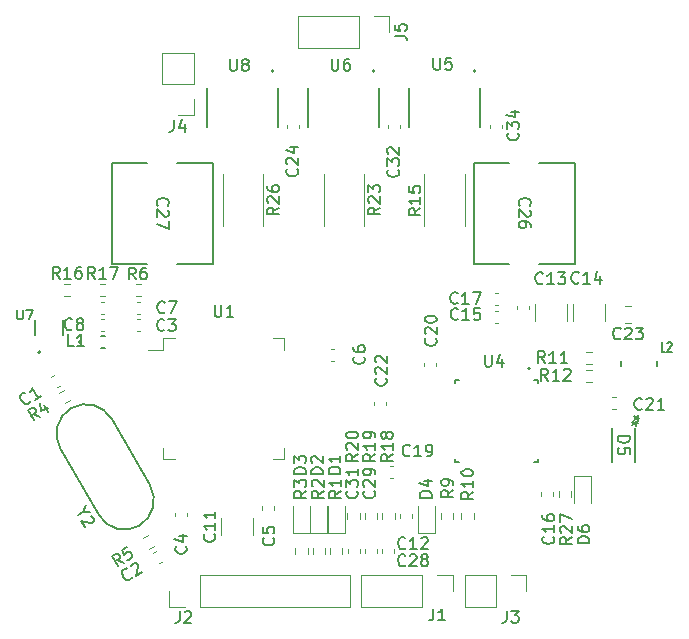
<source format=gbr>
%TF.GenerationSoftware,KiCad,Pcbnew,7.0.9*%
%TF.CreationDate,2023-12-12T05:21:09-05:00*%
%TF.ProjectId,MotorDriver,4d6f746f-7244-4726-9976-65722e6b6963,rev?*%
%TF.SameCoordinates,Original*%
%TF.FileFunction,Legend,Top*%
%TF.FilePolarity,Positive*%
%FSLAX46Y46*%
G04 Gerber Fmt 4.6, Leading zero omitted, Abs format (unit mm)*
G04 Created by KiCad (PCBNEW 7.0.9) date 2023-12-12 05:21:09*
%MOMM*%
%LPD*%
G01*
G04 APERTURE LIST*
%ADD10C,0.150000*%
%ADD11C,0.127000*%
%ADD12C,0.152400*%
%ADD13C,0.120000*%
%ADD14C,0.200000*%
G04 APERTURE END LIST*
D10*
X111094533Y-136252295D02*
X110789771Y-136252295D01*
X110789771Y-136252295D02*
X110789771Y-135452295D01*
X111277390Y-135528485D02*
X111307866Y-135490390D01*
X111307866Y-135490390D02*
X111368819Y-135452295D01*
X111368819Y-135452295D02*
X111521200Y-135452295D01*
X111521200Y-135452295D02*
X111582152Y-135490390D01*
X111582152Y-135490390D02*
X111612628Y-135528485D01*
X111612628Y-135528485D02*
X111643105Y-135604676D01*
X111643105Y-135604676D02*
X111643105Y-135680866D01*
X111643105Y-135680866D02*
X111612628Y-135795152D01*
X111612628Y-135795152D02*
X111246914Y-136252295D01*
X111246914Y-136252295D02*
X111643105Y-136252295D01*
X107088780Y-143406905D02*
X108088780Y-143406905D01*
X108088780Y-143406905D02*
X108088780Y-143645000D01*
X108088780Y-143645000D02*
X108041161Y-143787857D01*
X108041161Y-143787857D02*
X107945923Y-143883095D01*
X107945923Y-143883095D02*
X107850685Y-143930714D01*
X107850685Y-143930714D02*
X107660209Y-143978333D01*
X107660209Y-143978333D02*
X107517352Y-143978333D01*
X107517352Y-143978333D02*
X107326876Y-143930714D01*
X107326876Y-143930714D02*
X107231638Y-143883095D01*
X107231638Y-143883095D02*
X107136400Y-143787857D01*
X107136400Y-143787857D02*
X107088780Y-143645000D01*
X107088780Y-143645000D02*
X107088780Y-143406905D01*
X108088780Y-144883095D02*
X108088780Y-144406905D01*
X108088780Y-144406905D02*
X107612590Y-144359286D01*
X107612590Y-144359286D02*
X107660209Y-144406905D01*
X107660209Y-144406905D02*
X107707828Y-144502143D01*
X107707828Y-144502143D02*
X107707828Y-144740238D01*
X107707828Y-144740238D02*
X107660209Y-144835476D01*
X107660209Y-144835476D02*
X107612590Y-144883095D01*
X107612590Y-144883095D02*
X107517352Y-144930714D01*
X107517352Y-144930714D02*
X107279257Y-144930714D01*
X107279257Y-144930714D02*
X107184019Y-144883095D01*
X107184019Y-144883095D02*
X107136400Y-144835476D01*
X107136400Y-144835476D02*
X107088780Y-144740238D01*
X107088780Y-144740238D02*
X107088780Y-144502143D01*
X107088780Y-144502143D02*
X107136400Y-144406905D01*
X107136400Y-144406905D02*
X107184019Y-144359286D01*
X108901580Y-141859000D02*
X108663485Y-141859000D01*
X108758723Y-141620905D02*
X108663485Y-141859000D01*
X108663485Y-141859000D02*
X108758723Y-142097095D01*
X108473009Y-141716143D02*
X108663485Y-141859000D01*
X108663485Y-141859000D02*
X108473009Y-142001857D01*
X108749180Y-142316200D02*
X108511085Y-142316200D01*
X108606323Y-142078105D02*
X108511085Y-142316200D01*
X108511085Y-142316200D02*
X108606323Y-142554295D01*
X108320609Y-142173343D02*
X108511085Y-142316200D01*
X108511085Y-142316200D02*
X108320609Y-142459057D01*
X107307142Y-135110180D02*
X107259523Y-135157800D01*
X107259523Y-135157800D02*
X107116666Y-135205419D01*
X107116666Y-135205419D02*
X107021428Y-135205419D01*
X107021428Y-135205419D02*
X106878571Y-135157800D01*
X106878571Y-135157800D02*
X106783333Y-135062561D01*
X106783333Y-135062561D02*
X106735714Y-134967323D01*
X106735714Y-134967323D02*
X106688095Y-134776847D01*
X106688095Y-134776847D02*
X106688095Y-134633990D01*
X106688095Y-134633990D02*
X106735714Y-134443514D01*
X106735714Y-134443514D02*
X106783333Y-134348276D01*
X106783333Y-134348276D02*
X106878571Y-134253038D01*
X106878571Y-134253038D02*
X107021428Y-134205419D01*
X107021428Y-134205419D02*
X107116666Y-134205419D01*
X107116666Y-134205419D02*
X107259523Y-134253038D01*
X107259523Y-134253038D02*
X107307142Y-134300657D01*
X107688095Y-134300657D02*
X107735714Y-134253038D01*
X107735714Y-134253038D02*
X107830952Y-134205419D01*
X107830952Y-134205419D02*
X108069047Y-134205419D01*
X108069047Y-134205419D02*
X108164285Y-134253038D01*
X108164285Y-134253038D02*
X108211904Y-134300657D01*
X108211904Y-134300657D02*
X108259523Y-134395895D01*
X108259523Y-134395895D02*
X108259523Y-134491133D01*
X108259523Y-134491133D02*
X108211904Y-134633990D01*
X108211904Y-134633990D02*
X107640476Y-135205419D01*
X107640476Y-135205419D02*
X108259523Y-135205419D01*
X108592857Y-134205419D02*
X109211904Y-134205419D01*
X109211904Y-134205419D02*
X108878571Y-134586371D01*
X108878571Y-134586371D02*
X109021428Y-134586371D01*
X109021428Y-134586371D02*
X109116666Y-134633990D01*
X109116666Y-134633990D02*
X109164285Y-134681609D01*
X109164285Y-134681609D02*
X109211904Y-134776847D01*
X109211904Y-134776847D02*
X109211904Y-135014942D01*
X109211904Y-135014942D02*
X109164285Y-135110180D01*
X109164285Y-135110180D02*
X109116666Y-135157800D01*
X109116666Y-135157800D02*
X109021428Y-135205419D01*
X109021428Y-135205419D02*
X108735714Y-135205419D01*
X108735714Y-135205419D02*
X108640476Y-135157800D01*
X108640476Y-135157800D02*
X108592857Y-135110180D01*
X103776542Y-130382180D02*
X103728923Y-130429800D01*
X103728923Y-130429800D02*
X103586066Y-130477419D01*
X103586066Y-130477419D02*
X103490828Y-130477419D01*
X103490828Y-130477419D02*
X103347971Y-130429800D01*
X103347971Y-130429800D02*
X103252733Y-130334561D01*
X103252733Y-130334561D02*
X103205114Y-130239323D01*
X103205114Y-130239323D02*
X103157495Y-130048847D01*
X103157495Y-130048847D02*
X103157495Y-129905990D01*
X103157495Y-129905990D02*
X103205114Y-129715514D01*
X103205114Y-129715514D02*
X103252733Y-129620276D01*
X103252733Y-129620276D02*
X103347971Y-129525038D01*
X103347971Y-129525038D02*
X103490828Y-129477419D01*
X103490828Y-129477419D02*
X103586066Y-129477419D01*
X103586066Y-129477419D02*
X103728923Y-129525038D01*
X103728923Y-129525038D02*
X103776542Y-129572657D01*
X104728923Y-130477419D02*
X104157495Y-130477419D01*
X104443209Y-130477419D02*
X104443209Y-129477419D01*
X104443209Y-129477419D02*
X104347971Y-129620276D01*
X104347971Y-129620276D02*
X104252733Y-129715514D01*
X104252733Y-129715514D02*
X104157495Y-129763133D01*
X105586066Y-129810752D02*
X105586066Y-130477419D01*
X105347971Y-129429800D02*
X105109876Y-130144085D01*
X105109876Y-130144085D02*
X105728923Y-130144085D01*
X100728542Y-130432980D02*
X100680923Y-130480600D01*
X100680923Y-130480600D02*
X100538066Y-130528219D01*
X100538066Y-130528219D02*
X100442828Y-130528219D01*
X100442828Y-130528219D02*
X100299971Y-130480600D01*
X100299971Y-130480600D02*
X100204733Y-130385361D01*
X100204733Y-130385361D02*
X100157114Y-130290123D01*
X100157114Y-130290123D02*
X100109495Y-130099647D01*
X100109495Y-130099647D02*
X100109495Y-129956790D01*
X100109495Y-129956790D02*
X100157114Y-129766314D01*
X100157114Y-129766314D02*
X100204733Y-129671076D01*
X100204733Y-129671076D02*
X100299971Y-129575838D01*
X100299971Y-129575838D02*
X100442828Y-129528219D01*
X100442828Y-129528219D02*
X100538066Y-129528219D01*
X100538066Y-129528219D02*
X100680923Y-129575838D01*
X100680923Y-129575838D02*
X100728542Y-129623457D01*
X101680923Y-130528219D02*
X101109495Y-130528219D01*
X101395209Y-130528219D02*
X101395209Y-129528219D01*
X101395209Y-129528219D02*
X101299971Y-129671076D01*
X101299971Y-129671076D02*
X101204733Y-129766314D01*
X101204733Y-129766314D02*
X101109495Y-129813933D01*
X102014257Y-129528219D02*
X102633304Y-129528219D01*
X102633304Y-129528219D02*
X102299971Y-129909171D01*
X102299971Y-129909171D02*
X102442828Y-129909171D01*
X102442828Y-129909171D02*
X102538066Y-129956790D01*
X102538066Y-129956790D02*
X102585685Y-130004409D01*
X102585685Y-130004409D02*
X102633304Y-130099647D01*
X102633304Y-130099647D02*
X102633304Y-130337742D01*
X102633304Y-130337742D02*
X102585685Y-130432980D01*
X102585685Y-130432980D02*
X102538066Y-130480600D01*
X102538066Y-130480600D02*
X102442828Y-130528219D01*
X102442828Y-130528219D02*
X102157114Y-130528219D01*
X102157114Y-130528219D02*
X102061876Y-130480600D01*
X102061876Y-130480600D02*
X102014257Y-130432980D01*
X72913380Y-151696657D02*
X72961000Y-151744276D01*
X72961000Y-151744276D02*
X73008619Y-151887133D01*
X73008619Y-151887133D02*
X73008619Y-151982371D01*
X73008619Y-151982371D02*
X72961000Y-152125228D01*
X72961000Y-152125228D02*
X72865761Y-152220466D01*
X72865761Y-152220466D02*
X72770523Y-152268085D01*
X72770523Y-152268085D02*
X72580047Y-152315704D01*
X72580047Y-152315704D02*
X72437190Y-152315704D01*
X72437190Y-152315704D02*
X72246714Y-152268085D01*
X72246714Y-152268085D02*
X72151476Y-152220466D01*
X72151476Y-152220466D02*
X72056238Y-152125228D01*
X72056238Y-152125228D02*
X72008619Y-151982371D01*
X72008619Y-151982371D02*
X72008619Y-151887133D01*
X72008619Y-151887133D02*
X72056238Y-151744276D01*
X72056238Y-151744276D02*
X72103857Y-151696657D01*
X73008619Y-150744276D02*
X73008619Y-151315704D01*
X73008619Y-151029990D02*
X72008619Y-151029990D01*
X72008619Y-151029990D02*
X72151476Y-151125228D01*
X72151476Y-151125228D02*
X72246714Y-151220466D01*
X72246714Y-151220466D02*
X72294333Y-151315704D01*
X73008619Y-149791895D02*
X73008619Y-150363323D01*
X73008619Y-150077609D02*
X72008619Y-150077609D01*
X72008619Y-150077609D02*
X72151476Y-150172847D01*
X72151476Y-150172847D02*
X72246714Y-150268085D01*
X72246714Y-150268085D02*
X72294333Y-150363323D01*
X72948895Y-132288219D02*
X72948895Y-133097742D01*
X72948895Y-133097742D02*
X72996514Y-133192980D01*
X72996514Y-133192980D02*
X73044133Y-133240600D01*
X73044133Y-133240600D02*
X73139371Y-133288219D01*
X73139371Y-133288219D02*
X73329847Y-133288219D01*
X73329847Y-133288219D02*
X73425085Y-133240600D01*
X73425085Y-133240600D02*
X73472704Y-133192980D01*
X73472704Y-133192980D02*
X73520323Y-133097742D01*
X73520323Y-133097742D02*
X73520323Y-132288219D01*
X74520323Y-133288219D02*
X73948895Y-133288219D01*
X74234609Y-133288219D02*
X74234609Y-132288219D01*
X74234609Y-132288219D02*
X74139371Y-132431076D01*
X74139371Y-132431076D02*
X74044133Y-132526314D01*
X74044133Y-132526314D02*
X73948895Y-132573933D01*
X56235676Y-132709095D02*
X56235676Y-133356714D01*
X56235676Y-133356714D02*
X56273771Y-133432904D01*
X56273771Y-133432904D02*
X56311866Y-133471000D01*
X56311866Y-133471000D02*
X56388057Y-133509095D01*
X56388057Y-133509095D02*
X56540438Y-133509095D01*
X56540438Y-133509095D02*
X56616628Y-133471000D01*
X56616628Y-133471000D02*
X56654723Y-133432904D01*
X56654723Y-133432904D02*
X56692819Y-133356714D01*
X56692819Y-133356714D02*
X56692819Y-132709095D01*
X56997580Y-132709095D02*
X57530914Y-132709095D01*
X57530914Y-132709095D02*
X57188056Y-133509095D01*
X70488980Y-152719066D02*
X70536600Y-152766685D01*
X70536600Y-152766685D02*
X70584219Y-152909542D01*
X70584219Y-152909542D02*
X70584219Y-153004780D01*
X70584219Y-153004780D02*
X70536600Y-153147637D01*
X70536600Y-153147637D02*
X70441361Y-153242875D01*
X70441361Y-153242875D02*
X70346123Y-153290494D01*
X70346123Y-153290494D02*
X70155647Y-153338113D01*
X70155647Y-153338113D02*
X70012790Y-153338113D01*
X70012790Y-153338113D02*
X69822314Y-153290494D01*
X69822314Y-153290494D02*
X69727076Y-153242875D01*
X69727076Y-153242875D02*
X69631838Y-153147637D01*
X69631838Y-153147637D02*
X69584219Y-153004780D01*
X69584219Y-153004780D02*
X69584219Y-152909542D01*
X69584219Y-152909542D02*
X69631838Y-152766685D01*
X69631838Y-152766685D02*
X69679457Y-152719066D01*
X69917552Y-151861923D02*
X70584219Y-151861923D01*
X69536600Y-152100018D02*
X70250885Y-152338113D01*
X70250885Y-152338113D02*
X70250885Y-151719066D01*
X86945619Y-124036057D02*
X86469428Y-124369390D01*
X86945619Y-124607485D02*
X85945619Y-124607485D01*
X85945619Y-124607485D02*
X85945619Y-124226533D01*
X85945619Y-124226533D02*
X85993238Y-124131295D01*
X85993238Y-124131295D02*
X86040857Y-124083676D01*
X86040857Y-124083676D02*
X86136095Y-124036057D01*
X86136095Y-124036057D02*
X86278952Y-124036057D01*
X86278952Y-124036057D02*
X86374190Y-124083676D01*
X86374190Y-124083676D02*
X86421809Y-124131295D01*
X86421809Y-124131295D02*
X86469428Y-124226533D01*
X86469428Y-124226533D02*
X86469428Y-124607485D01*
X86040857Y-123655104D02*
X85993238Y-123607485D01*
X85993238Y-123607485D02*
X85945619Y-123512247D01*
X85945619Y-123512247D02*
X85945619Y-123274152D01*
X85945619Y-123274152D02*
X85993238Y-123178914D01*
X85993238Y-123178914D02*
X86040857Y-123131295D01*
X86040857Y-123131295D02*
X86136095Y-123083676D01*
X86136095Y-123083676D02*
X86231333Y-123083676D01*
X86231333Y-123083676D02*
X86374190Y-123131295D01*
X86374190Y-123131295D02*
X86945619Y-123702723D01*
X86945619Y-123702723D02*
X86945619Y-123083676D01*
X85945619Y-122750342D02*
X85945619Y-122131295D01*
X85945619Y-122131295D02*
X86326571Y-122464628D01*
X86326571Y-122464628D02*
X86326571Y-122321771D01*
X86326571Y-122321771D02*
X86374190Y-122226533D01*
X86374190Y-122226533D02*
X86421809Y-122178914D01*
X86421809Y-122178914D02*
X86517047Y-122131295D01*
X86517047Y-122131295D02*
X86755142Y-122131295D01*
X86755142Y-122131295D02*
X86850380Y-122178914D01*
X86850380Y-122178914D02*
X86898000Y-122226533D01*
X86898000Y-122226533D02*
X86945619Y-122321771D01*
X86945619Y-122321771D02*
X86945619Y-122607485D01*
X86945619Y-122607485D02*
X86898000Y-122702723D01*
X86898000Y-122702723D02*
X86850380Y-122750342D01*
X91465495Y-111367219D02*
X91465495Y-112176742D01*
X91465495Y-112176742D02*
X91513114Y-112271980D01*
X91513114Y-112271980D02*
X91560733Y-112319600D01*
X91560733Y-112319600D02*
X91655971Y-112367219D01*
X91655971Y-112367219D02*
X91846447Y-112367219D01*
X91846447Y-112367219D02*
X91941685Y-112319600D01*
X91941685Y-112319600D02*
X91989304Y-112271980D01*
X91989304Y-112271980D02*
X92036923Y-112176742D01*
X92036923Y-112176742D02*
X92036923Y-111367219D01*
X92989304Y-111367219D02*
X92513114Y-111367219D01*
X92513114Y-111367219D02*
X92465495Y-111843409D01*
X92465495Y-111843409D02*
X92513114Y-111795790D01*
X92513114Y-111795790D02*
X92608352Y-111748171D01*
X92608352Y-111748171D02*
X92846447Y-111748171D01*
X92846447Y-111748171D02*
X92941685Y-111795790D01*
X92941685Y-111795790D02*
X92989304Y-111843409D01*
X92989304Y-111843409D02*
X93036923Y-111938647D01*
X93036923Y-111938647D02*
X93036923Y-112176742D01*
X93036923Y-112176742D02*
X92989304Y-112271980D01*
X92989304Y-112271980D02*
X92941685Y-112319600D01*
X92941685Y-112319600D02*
X92846447Y-112367219D01*
X92846447Y-112367219D02*
X92608352Y-112367219D01*
X92608352Y-112367219D02*
X92513114Y-112319600D01*
X92513114Y-112319600D02*
X92465495Y-112271980D01*
X69973866Y-158204820D02*
X69973866Y-158919105D01*
X69973866Y-158919105D02*
X69926247Y-159061962D01*
X69926247Y-159061962D02*
X69831009Y-159157201D01*
X69831009Y-159157201D02*
X69688152Y-159204820D01*
X69688152Y-159204820D02*
X69592914Y-159204820D01*
X70402438Y-158300058D02*
X70450057Y-158252439D01*
X70450057Y-158252439D02*
X70545295Y-158204820D01*
X70545295Y-158204820D02*
X70783390Y-158204820D01*
X70783390Y-158204820D02*
X70878628Y-158252439D01*
X70878628Y-158252439D02*
X70926247Y-158300058D01*
X70926247Y-158300058D02*
X70973866Y-158395296D01*
X70973866Y-158395296D02*
X70973866Y-158490534D01*
X70973866Y-158490534D02*
X70926247Y-158633391D01*
X70926247Y-158633391D02*
X70354819Y-159204820D01*
X70354819Y-159204820D02*
X70973866Y-159204820D01*
X68144219Y-123867942D02*
X68096600Y-123820323D01*
X68096600Y-123820323D02*
X68048980Y-123677466D01*
X68048980Y-123677466D02*
X68048980Y-123582228D01*
X68048980Y-123582228D02*
X68096600Y-123439371D01*
X68096600Y-123439371D02*
X68191838Y-123344133D01*
X68191838Y-123344133D02*
X68287076Y-123296514D01*
X68287076Y-123296514D02*
X68477552Y-123248895D01*
X68477552Y-123248895D02*
X68620409Y-123248895D01*
X68620409Y-123248895D02*
X68810885Y-123296514D01*
X68810885Y-123296514D02*
X68906123Y-123344133D01*
X68906123Y-123344133D02*
X69001361Y-123439371D01*
X69001361Y-123439371D02*
X69048980Y-123582228D01*
X69048980Y-123582228D02*
X69048980Y-123677466D01*
X69048980Y-123677466D02*
X69001361Y-123820323D01*
X69001361Y-123820323D02*
X68953742Y-123867942D01*
X68953742Y-124248895D02*
X69001361Y-124296514D01*
X69001361Y-124296514D02*
X69048980Y-124391752D01*
X69048980Y-124391752D02*
X69048980Y-124629847D01*
X69048980Y-124629847D02*
X69001361Y-124725085D01*
X69001361Y-124725085D02*
X68953742Y-124772704D01*
X68953742Y-124772704D02*
X68858504Y-124820323D01*
X68858504Y-124820323D02*
X68763266Y-124820323D01*
X68763266Y-124820323D02*
X68620409Y-124772704D01*
X68620409Y-124772704D02*
X68048980Y-124201276D01*
X68048980Y-124201276D02*
X68048980Y-124820323D01*
X69048980Y-125153657D02*
X69048980Y-125820323D01*
X69048980Y-125820323D02*
X68048980Y-125391752D01*
X93540342Y-133455580D02*
X93492723Y-133503200D01*
X93492723Y-133503200D02*
X93349866Y-133550819D01*
X93349866Y-133550819D02*
X93254628Y-133550819D01*
X93254628Y-133550819D02*
X93111771Y-133503200D01*
X93111771Y-133503200D02*
X93016533Y-133407961D01*
X93016533Y-133407961D02*
X92968914Y-133312723D01*
X92968914Y-133312723D02*
X92921295Y-133122247D01*
X92921295Y-133122247D02*
X92921295Y-132979390D01*
X92921295Y-132979390D02*
X92968914Y-132788914D01*
X92968914Y-132788914D02*
X93016533Y-132693676D01*
X93016533Y-132693676D02*
X93111771Y-132598438D01*
X93111771Y-132598438D02*
X93254628Y-132550819D01*
X93254628Y-132550819D02*
X93349866Y-132550819D01*
X93349866Y-132550819D02*
X93492723Y-132598438D01*
X93492723Y-132598438D02*
X93540342Y-132646057D01*
X94492723Y-133550819D02*
X93921295Y-133550819D01*
X94207009Y-133550819D02*
X94207009Y-132550819D01*
X94207009Y-132550819D02*
X94111771Y-132693676D01*
X94111771Y-132693676D02*
X94016533Y-132788914D01*
X94016533Y-132788914D02*
X93921295Y-132836533D01*
X95397485Y-132550819D02*
X94921295Y-132550819D01*
X94921295Y-132550819D02*
X94873676Y-133027009D01*
X94873676Y-133027009D02*
X94921295Y-132979390D01*
X94921295Y-132979390D02*
X95016533Y-132931771D01*
X95016533Y-132931771D02*
X95254628Y-132931771D01*
X95254628Y-132931771D02*
X95349866Y-132979390D01*
X95349866Y-132979390D02*
X95397485Y-133027009D01*
X95397485Y-133027009D02*
X95445104Y-133122247D01*
X95445104Y-133122247D02*
X95445104Y-133360342D01*
X95445104Y-133360342D02*
X95397485Y-133455580D01*
X95397485Y-133455580D02*
X95349866Y-133503200D01*
X95349866Y-133503200D02*
X95254628Y-133550819D01*
X95254628Y-133550819D02*
X95016533Y-133550819D01*
X95016533Y-133550819D02*
X94921295Y-133503200D01*
X94921295Y-133503200D02*
X94873676Y-133455580D01*
X57332248Y-140421450D02*
X57314818Y-140486499D01*
X57314818Y-140486499D02*
X57214910Y-140599167D01*
X57214910Y-140599167D02*
X57132431Y-140646786D01*
X57132431Y-140646786D02*
X56984904Y-140676975D01*
X56984904Y-140676975D02*
X56854806Y-140642115D01*
X56854806Y-140642115D02*
X56765948Y-140583446D01*
X56765948Y-140583446D02*
X56629470Y-140442299D01*
X56629470Y-140442299D02*
X56558042Y-140318581D01*
X56558042Y-140318581D02*
X56504043Y-140129814D01*
X56504043Y-140129814D02*
X56497663Y-140023526D01*
X56497663Y-140023526D02*
X56532523Y-139893428D01*
X56532523Y-139893428D02*
X56632431Y-139780760D01*
X56632431Y-139780760D02*
X56714910Y-139733141D01*
X56714910Y-139733141D02*
X56862437Y-139702952D01*
X56862437Y-139702952D02*
X56927486Y-139720382D01*
X58204653Y-140027738D02*
X57709781Y-140313452D01*
X57957217Y-140170595D02*
X57457217Y-139304570D01*
X57457217Y-139304570D02*
X57446167Y-139475907D01*
X57446167Y-139475907D02*
X57411308Y-139606004D01*
X57411308Y-139606004D02*
X57352638Y-139694863D01*
X97685266Y-158179420D02*
X97685266Y-158893705D01*
X97685266Y-158893705D02*
X97637647Y-159036562D01*
X97637647Y-159036562D02*
X97542409Y-159131801D01*
X97542409Y-159131801D02*
X97399552Y-159179420D01*
X97399552Y-159179420D02*
X97304314Y-159179420D01*
X98066219Y-158179420D02*
X98685266Y-158179420D01*
X98685266Y-158179420D02*
X98351933Y-158560372D01*
X98351933Y-158560372D02*
X98494790Y-158560372D01*
X98494790Y-158560372D02*
X98590028Y-158607991D01*
X98590028Y-158607991D02*
X98637647Y-158655610D01*
X98637647Y-158655610D02*
X98685266Y-158750848D01*
X98685266Y-158750848D02*
X98685266Y-158988943D01*
X98685266Y-158988943D02*
X98637647Y-159084181D01*
X98637647Y-159084181D02*
X98590028Y-159131801D01*
X98590028Y-159131801D02*
X98494790Y-159179420D01*
X98494790Y-159179420D02*
X98209076Y-159179420D01*
X98209076Y-159179420D02*
X98113838Y-159131801D01*
X98113838Y-159131801D02*
X98066219Y-159084181D01*
X78395115Y-124036057D02*
X77918924Y-124369390D01*
X78395115Y-124607485D02*
X77395115Y-124607485D01*
X77395115Y-124607485D02*
X77395115Y-124226533D01*
X77395115Y-124226533D02*
X77442734Y-124131295D01*
X77442734Y-124131295D02*
X77490353Y-124083676D01*
X77490353Y-124083676D02*
X77585591Y-124036057D01*
X77585591Y-124036057D02*
X77728448Y-124036057D01*
X77728448Y-124036057D02*
X77823686Y-124083676D01*
X77823686Y-124083676D02*
X77871305Y-124131295D01*
X77871305Y-124131295D02*
X77918924Y-124226533D01*
X77918924Y-124226533D02*
X77918924Y-124607485D01*
X77490353Y-123655104D02*
X77442734Y-123607485D01*
X77442734Y-123607485D02*
X77395115Y-123512247D01*
X77395115Y-123512247D02*
X77395115Y-123274152D01*
X77395115Y-123274152D02*
X77442734Y-123178914D01*
X77442734Y-123178914D02*
X77490353Y-123131295D01*
X77490353Y-123131295D02*
X77585591Y-123083676D01*
X77585591Y-123083676D02*
X77680829Y-123083676D01*
X77680829Y-123083676D02*
X77823686Y-123131295D01*
X77823686Y-123131295D02*
X78395115Y-123702723D01*
X78395115Y-123702723D02*
X78395115Y-123083676D01*
X77395115Y-122226533D02*
X77395115Y-122417009D01*
X77395115Y-122417009D02*
X77442734Y-122512247D01*
X77442734Y-122512247D02*
X77490353Y-122559866D01*
X77490353Y-122559866D02*
X77633210Y-122655104D01*
X77633210Y-122655104D02*
X77823686Y-122702723D01*
X77823686Y-122702723D02*
X78204638Y-122702723D01*
X78204638Y-122702723D02*
X78299876Y-122655104D01*
X78299876Y-122655104D02*
X78347496Y-122607485D01*
X78347496Y-122607485D02*
X78395115Y-122512247D01*
X78395115Y-122512247D02*
X78395115Y-122321771D01*
X78395115Y-122321771D02*
X78347496Y-122226533D01*
X78347496Y-122226533D02*
X78299876Y-122178914D01*
X78299876Y-122178914D02*
X78204638Y-122131295D01*
X78204638Y-122131295D02*
X77966543Y-122131295D01*
X77966543Y-122131295D02*
X77871305Y-122178914D01*
X77871305Y-122178914D02*
X77823686Y-122226533D01*
X77823686Y-122226533D02*
X77776067Y-122321771D01*
X77776067Y-122321771D02*
X77776067Y-122512247D01*
X77776067Y-122512247D02*
X77823686Y-122607485D01*
X77823686Y-122607485D02*
X77871305Y-122655104D01*
X77871305Y-122655104D02*
X77966543Y-122702723D01*
X101173443Y-138694319D02*
X100840110Y-138218128D01*
X100602015Y-138694319D02*
X100602015Y-137694319D01*
X100602015Y-137694319D02*
X100982967Y-137694319D01*
X100982967Y-137694319D02*
X101078205Y-137741938D01*
X101078205Y-137741938D02*
X101125824Y-137789557D01*
X101125824Y-137789557D02*
X101173443Y-137884795D01*
X101173443Y-137884795D02*
X101173443Y-138027652D01*
X101173443Y-138027652D02*
X101125824Y-138122890D01*
X101125824Y-138122890D02*
X101078205Y-138170509D01*
X101078205Y-138170509D02*
X100982967Y-138218128D01*
X100982967Y-138218128D02*
X100602015Y-138218128D01*
X102125824Y-138694319D02*
X101554396Y-138694319D01*
X101840110Y-138694319D02*
X101840110Y-137694319D01*
X101840110Y-137694319D02*
X101744872Y-137837176D01*
X101744872Y-137837176D02*
X101649634Y-137932414D01*
X101649634Y-137932414D02*
X101554396Y-137980033D01*
X102506777Y-137789557D02*
X102554396Y-137741938D01*
X102554396Y-137741938D02*
X102649634Y-137694319D01*
X102649634Y-137694319D02*
X102887729Y-137694319D01*
X102887729Y-137694319D02*
X102982967Y-137741938D01*
X102982967Y-137741938D02*
X103030586Y-137789557D01*
X103030586Y-137789557D02*
X103078205Y-137884795D01*
X103078205Y-137884795D02*
X103078205Y-137980033D01*
X103078205Y-137980033D02*
X103030586Y-138122890D01*
X103030586Y-138122890D02*
X102459158Y-138694319D01*
X102459158Y-138694319D02*
X103078205Y-138694319D01*
X84966980Y-148039058D02*
X85014600Y-148086677D01*
X85014600Y-148086677D02*
X85062219Y-148229534D01*
X85062219Y-148229534D02*
X85062219Y-148324772D01*
X85062219Y-148324772D02*
X85014600Y-148467629D01*
X85014600Y-148467629D02*
X84919361Y-148562867D01*
X84919361Y-148562867D02*
X84824123Y-148610486D01*
X84824123Y-148610486D02*
X84633647Y-148658105D01*
X84633647Y-148658105D02*
X84490790Y-148658105D01*
X84490790Y-148658105D02*
X84300314Y-148610486D01*
X84300314Y-148610486D02*
X84205076Y-148562867D01*
X84205076Y-148562867D02*
X84109838Y-148467629D01*
X84109838Y-148467629D02*
X84062219Y-148324772D01*
X84062219Y-148324772D02*
X84062219Y-148229534D01*
X84062219Y-148229534D02*
X84109838Y-148086677D01*
X84109838Y-148086677D02*
X84157457Y-148039058D01*
X84062219Y-147705724D02*
X84062219Y-147086677D01*
X84062219Y-147086677D02*
X84443171Y-147420010D01*
X84443171Y-147420010D02*
X84443171Y-147277153D01*
X84443171Y-147277153D02*
X84490790Y-147181915D01*
X84490790Y-147181915D02*
X84538409Y-147134296D01*
X84538409Y-147134296D02*
X84633647Y-147086677D01*
X84633647Y-147086677D02*
X84871742Y-147086677D01*
X84871742Y-147086677D02*
X84966980Y-147134296D01*
X84966980Y-147134296D02*
X85014600Y-147181915D01*
X85014600Y-147181915D02*
X85062219Y-147277153D01*
X85062219Y-147277153D02*
X85062219Y-147562867D01*
X85062219Y-147562867D02*
X85014600Y-147658105D01*
X85014600Y-147658105D02*
X84966980Y-147705724D01*
X85062219Y-146134296D02*
X85062219Y-146705724D01*
X85062219Y-146420010D02*
X84062219Y-146420010D01*
X84062219Y-146420010D02*
X84205076Y-146515248D01*
X84205076Y-146515248D02*
X84300314Y-146610486D01*
X84300314Y-146610486D02*
X84347933Y-146705724D01*
X65930148Y-155313449D02*
X65912718Y-155378498D01*
X65912718Y-155378498D02*
X65812810Y-155491166D01*
X65812810Y-155491166D02*
X65730331Y-155538785D01*
X65730331Y-155538785D02*
X65582804Y-155568974D01*
X65582804Y-155568974D02*
X65452706Y-155534114D01*
X65452706Y-155534114D02*
X65363848Y-155475445D01*
X65363848Y-155475445D02*
X65227370Y-155334298D01*
X65227370Y-155334298D02*
X65155942Y-155210580D01*
X65155942Y-155210580D02*
X65101943Y-155021813D01*
X65101943Y-155021813D02*
X65095563Y-154915525D01*
X65095563Y-154915525D02*
X65130423Y-154785427D01*
X65130423Y-154785427D02*
X65230331Y-154672759D01*
X65230331Y-154672759D02*
X65312810Y-154625140D01*
X65312810Y-154625140D02*
X65460337Y-154594951D01*
X65460337Y-154594951D02*
X65525386Y-154612381D01*
X65855300Y-154421904D02*
X65872730Y-154356856D01*
X65872730Y-154356856D02*
X65931399Y-154267997D01*
X65931399Y-154267997D02*
X66137596Y-154148950D01*
X66137596Y-154148950D02*
X66243884Y-154142570D01*
X66243884Y-154142570D02*
X66308933Y-154160000D01*
X66308933Y-154160000D02*
X66397791Y-154218669D01*
X66397791Y-154218669D02*
X66445410Y-154301147D01*
X66445410Y-154301147D02*
X66475599Y-154448675D01*
X66475599Y-154448675D02*
X66266442Y-155229261D01*
X66266442Y-155229261D02*
X66802553Y-154919737D01*
X59809142Y-130063419D02*
X59475809Y-129587228D01*
X59237714Y-130063419D02*
X59237714Y-129063419D01*
X59237714Y-129063419D02*
X59618666Y-129063419D01*
X59618666Y-129063419D02*
X59713904Y-129111038D01*
X59713904Y-129111038D02*
X59761523Y-129158657D01*
X59761523Y-129158657D02*
X59809142Y-129253895D01*
X59809142Y-129253895D02*
X59809142Y-129396752D01*
X59809142Y-129396752D02*
X59761523Y-129491990D01*
X59761523Y-129491990D02*
X59713904Y-129539609D01*
X59713904Y-129539609D02*
X59618666Y-129587228D01*
X59618666Y-129587228D02*
X59237714Y-129587228D01*
X60761523Y-130063419D02*
X60190095Y-130063419D01*
X60475809Y-130063419D02*
X60475809Y-129063419D01*
X60475809Y-129063419D02*
X60380571Y-129206276D01*
X60380571Y-129206276D02*
X60285333Y-129301514D01*
X60285333Y-129301514D02*
X60190095Y-129349133D01*
X61618666Y-129063419D02*
X61428190Y-129063419D01*
X61428190Y-129063419D02*
X61332952Y-129111038D01*
X61332952Y-129111038D02*
X61285333Y-129158657D01*
X61285333Y-129158657D02*
X61190095Y-129301514D01*
X61190095Y-129301514D02*
X61142476Y-129491990D01*
X61142476Y-129491990D02*
X61142476Y-129872942D01*
X61142476Y-129872942D02*
X61190095Y-129968180D01*
X61190095Y-129968180D02*
X61237714Y-130015800D01*
X61237714Y-130015800D02*
X61332952Y-130063419D01*
X61332952Y-130063419D02*
X61523428Y-130063419D01*
X61523428Y-130063419D02*
X61618666Y-130015800D01*
X61618666Y-130015800D02*
X61666285Y-129968180D01*
X61666285Y-129968180D02*
X61713904Y-129872942D01*
X61713904Y-129872942D02*
X61713904Y-129634847D01*
X61713904Y-129634847D02*
X61666285Y-129539609D01*
X61666285Y-129539609D02*
X61618666Y-129491990D01*
X61618666Y-129491990D02*
X61523428Y-129444371D01*
X61523428Y-129444371D02*
X61332952Y-129444371D01*
X61332952Y-129444371D02*
X61237714Y-129491990D01*
X61237714Y-129491990D02*
X61190095Y-129539609D01*
X61190095Y-129539609D02*
X61142476Y-129634847D01*
X69491266Y-116623219D02*
X69491266Y-117337504D01*
X69491266Y-117337504D02*
X69443647Y-117480361D01*
X69443647Y-117480361D02*
X69348409Y-117575600D01*
X69348409Y-117575600D02*
X69205552Y-117623219D01*
X69205552Y-117623219D02*
X69110314Y-117623219D01*
X70396028Y-116956552D02*
X70396028Y-117623219D01*
X70157933Y-116575600D02*
X69919838Y-117289885D01*
X69919838Y-117289885D02*
X70538885Y-117289885D01*
X98802019Y-123867942D02*
X98754400Y-123820323D01*
X98754400Y-123820323D02*
X98706780Y-123677466D01*
X98706780Y-123677466D02*
X98706780Y-123582228D01*
X98706780Y-123582228D02*
X98754400Y-123439371D01*
X98754400Y-123439371D02*
X98849638Y-123344133D01*
X98849638Y-123344133D02*
X98944876Y-123296514D01*
X98944876Y-123296514D02*
X99135352Y-123248895D01*
X99135352Y-123248895D02*
X99278209Y-123248895D01*
X99278209Y-123248895D02*
X99468685Y-123296514D01*
X99468685Y-123296514D02*
X99563923Y-123344133D01*
X99563923Y-123344133D02*
X99659161Y-123439371D01*
X99659161Y-123439371D02*
X99706780Y-123582228D01*
X99706780Y-123582228D02*
X99706780Y-123677466D01*
X99706780Y-123677466D02*
X99659161Y-123820323D01*
X99659161Y-123820323D02*
X99611542Y-123867942D01*
X99611542Y-124248895D02*
X99659161Y-124296514D01*
X99659161Y-124296514D02*
X99706780Y-124391752D01*
X99706780Y-124391752D02*
X99706780Y-124629847D01*
X99706780Y-124629847D02*
X99659161Y-124725085D01*
X99659161Y-124725085D02*
X99611542Y-124772704D01*
X99611542Y-124772704D02*
X99516304Y-124820323D01*
X99516304Y-124820323D02*
X99421066Y-124820323D01*
X99421066Y-124820323D02*
X99278209Y-124772704D01*
X99278209Y-124772704D02*
X98706780Y-124201276D01*
X98706780Y-124201276D02*
X98706780Y-124820323D01*
X99706780Y-125677466D02*
X99706780Y-125486990D01*
X99706780Y-125486990D02*
X99659161Y-125391752D01*
X99659161Y-125391752D02*
X99611542Y-125344133D01*
X99611542Y-125344133D02*
X99468685Y-125248895D01*
X99468685Y-125248895D02*
X99278209Y-125201276D01*
X99278209Y-125201276D02*
X98897257Y-125201276D01*
X98897257Y-125201276D02*
X98802019Y-125248895D01*
X98802019Y-125248895D02*
X98754400Y-125296514D01*
X98754400Y-125296514D02*
X98706780Y-125391752D01*
X98706780Y-125391752D02*
X98706780Y-125582228D01*
X98706780Y-125582228D02*
X98754400Y-125677466D01*
X98754400Y-125677466D02*
X98802019Y-125725085D01*
X98802019Y-125725085D02*
X98897257Y-125772704D01*
X98897257Y-125772704D02*
X99135352Y-125772704D01*
X99135352Y-125772704D02*
X99230590Y-125725085D01*
X99230590Y-125725085D02*
X99278209Y-125677466D01*
X99278209Y-125677466D02*
X99325828Y-125582228D01*
X99325828Y-125582228D02*
X99325828Y-125391752D01*
X99325828Y-125391752D02*
X99278209Y-125296514D01*
X99278209Y-125296514D02*
X99230590Y-125248895D01*
X99230590Y-125248895D02*
X99135352Y-125201276D01*
X88472180Y-120835657D02*
X88519800Y-120883276D01*
X88519800Y-120883276D02*
X88567419Y-121026133D01*
X88567419Y-121026133D02*
X88567419Y-121121371D01*
X88567419Y-121121371D02*
X88519800Y-121264228D01*
X88519800Y-121264228D02*
X88424561Y-121359466D01*
X88424561Y-121359466D02*
X88329323Y-121407085D01*
X88329323Y-121407085D02*
X88138847Y-121454704D01*
X88138847Y-121454704D02*
X87995990Y-121454704D01*
X87995990Y-121454704D02*
X87805514Y-121407085D01*
X87805514Y-121407085D02*
X87710276Y-121359466D01*
X87710276Y-121359466D02*
X87615038Y-121264228D01*
X87615038Y-121264228D02*
X87567419Y-121121371D01*
X87567419Y-121121371D02*
X87567419Y-121026133D01*
X87567419Y-121026133D02*
X87615038Y-120883276D01*
X87615038Y-120883276D02*
X87662657Y-120835657D01*
X87567419Y-120502323D02*
X87567419Y-119883276D01*
X87567419Y-119883276D02*
X87948371Y-120216609D01*
X87948371Y-120216609D02*
X87948371Y-120073752D01*
X87948371Y-120073752D02*
X87995990Y-119978514D01*
X87995990Y-119978514D02*
X88043609Y-119930895D01*
X88043609Y-119930895D02*
X88138847Y-119883276D01*
X88138847Y-119883276D02*
X88376942Y-119883276D01*
X88376942Y-119883276D02*
X88472180Y-119930895D01*
X88472180Y-119930895D02*
X88519800Y-119978514D01*
X88519800Y-119978514D02*
X88567419Y-120073752D01*
X88567419Y-120073752D02*
X88567419Y-120359466D01*
X88567419Y-120359466D02*
X88519800Y-120454704D01*
X88519800Y-120454704D02*
X88472180Y-120502323D01*
X87662657Y-119502323D02*
X87615038Y-119454704D01*
X87615038Y-119454704D02*
X87567419Y-119359466D01*
X87567419Y-119359466D02*
X87567419Y-119121371D01*
X87567419Y-119121371D02*
X87615038Y-119026133D01*
X87615038Y-119026133D02*
X87662657Y-118978514D01*
X87662657Y-118978514D02*
X87757895Y-118930895D01*
X87757895Y-118930895D02*
X87853133Y-118930895D01*
X87853133Y-118930895D02*
X87995990Y-118978514D01*
X87995990Y-118978514D02*
X88567419Y-119549942D01*
X88567419Y-119549942D02*
X88567419Y-118930895D01*
X93514942Y-132109380D02*
X93467323Y-132157000D01*
X93467323Y-132157000D02*
X93324466Y-132204619D01*
X93324466Y-132204619D02*
X93229228Y-132204619D01*
X93229228Y-132204619D02*
X93086371Y-132157000D01*
X93086371Y-132157000D02*
X92991133Y-132061761D01*
X92991133Y-132061761D02*
X92943514Y-131966523D01*
X92943514Y-131966523D02*
X92895895Y-131776047D01*
X92895895Y-131776047D02*
X92895895Y-131633190D01*
X92895895Y-131633190D02*
X92943514Y-131442714D01*
X92943514Y-131442714D02*
X92991133Y-131347476D01*
X92991133Y-131347476D02*
X93086371Y-131252238D01*
X93086371Y-131252238D02*
X93229228Y-131204619D01*
X93229228Y-131204619D02*
X93324466Y-131204619D01*
X93324466Y-131204619D02*
X93467323Y-131252238D01*
X93467323Y-131252238D02*
X93514942Y-131299857D01*
X94467323Y-132204619D02*
X93895895Y-132204619D01*
X94181609Y-132204619D02*
X94181609Y-131204619D01*
X94181609Y-131204619D02*
X94086371Y-131347476D01*
X94086371Y-131347476D02*
X93991133Y-131442714D01*
X93991133Y-131442714D02*
X93895895Y-131490333D01*
X94800657Y-131204619D02*
X95467323Y-131204619D01*
X95467323Y-131204619D02*
X95038752Y-132204619D01*
X91647180Y-135110458D02*
X91694800Y-135158077D01*
X91694800Y-135158077D02*
X91742419Y-135300934D01*
X91742419Y-135300934D02*
X91742419Y-135396172D01*
X91742419Y-135396172D02*
X91694800Y-135539029D01*
X91694800Y-135539029D02*
X91599561Y-135634267D01*
X91599561Y-135634267D02*
X91504323Y-135681886D01*
X91504323Y-135681886D02*
X91313847Y-135729505D01*
X91313847Y-135729505D02*
X91170990Y-135729505D01*
X91170990Y-135729505D02*
X90980514Y-135681886D01*
X90980514Y-135681886D02*
X90885276Y-135634267D01*
X90885276Y-135634267D02*
X90790038Y-135539029D01*
X90790038Y-135539029D02*
X90742419Y-135396172D01*
X90742419Y-135396172D02*
X90742419Y-135300934D01*
X90742419Y-135300934D02*
X90790038Y-135158077D01*
X90790038Y-135158077D02*
X90837657Y-135110458D01*
X90837657Y-134729505D02*
X90790038Y-134681886D01*
X90790038Y-134681886D02*
X90742419Y-134586648D01*
X90742419Y-134586648D02*
X90742419Y-134348553D01*
X90742419Y-134348553D02*
X90790038Y-134253315D01*
X90790038Y-134253315D02*
X90837657Y-134205696D01*
X90837657Y-134205696D02*
X90932895Y-134158077D01*
X90932895Y-134158077D02*
X91028133Y-134158077D01*
X91028133Y-134158077D02*
X91170990Y-134205696D01*
X91170990Y-134205696D02*
X91742419Y-134777124D01*
X91742419Y-134777124D02*
X91742419Y-134158077D01*
X90742419Y-133539029D02*
X90742419Y-133443791D01*
X90742419Y-133443791D02*
X90790038Y-133348553D01*
X90790038Y-133348553D02*
X90837657Y-133300934D01*
X90837657Y-133300934D02*
X90932895Y-133253315D01*
X90932895Y-133253315D02*
X91123371Y-133205696D01*
X91123371Y-133205696D02*
X91361466Y-133205696D01*
X91361466Y-133205696D02*
X91551942Y-133253315D01*
X91551942Y-133253315D02*
X91647180Y-133300934D01*
X91647180Y-133300934D02*
X91694800Y-133348553D01*
X91694800Y-133348553D02*
X91742419Y-133443791D01*
X91742419Y-133443791D02*
X91742419Y-133539029D01*
X91742419Y-133539029D02*
X91694800Y-133634267D01*
X91694800Y-133634267D02*
X91647180Y-133681886D01*
X91647180Y-133681886D02*
X91551942Y-133729505D01*
X91551942Y-133729505D02*
X91361466Y-133777124D01*
X91361466Y-133777124D02*
X91123371Y-133777124D01*
X91123371Y-133777124D02*
X90932895Y-133729505D01*
X90932895Y-133729505D02*
X90837657Y-133681886D01*
X90837657Y-133681886D02*
X90790038Y-133634267D01*
X90790038Y-133634267D02*
X90742419Y-133539029D01*
X85062219Y-144914858D02*
X84586028Y-145248191D01*
X85062219Y-145486286D02*
X84062219Y-145486286D01*
X84062219Y-145486286D02*
X84062219Y-145105334D01*
X84062219Y-145105334D02*
X84109838Y-145010096D01*
X84109838Y-145010096D02*
X84157457Y-144962477D01*
X84157457Y-144962477D02*
X84252695Y-144914858D01*
X84252695Y-144914858D02*
X84395552Y-144914858D01*
X84395552Y-144914858D02*
X84490790Y-144962477D01*
X84490790Y-144962477D02*
X84538409Y-145010096D01*
X84538409Y-145010096D02*
X84586028Y-145105334D01*
X84586028Y-145105334D02*
X84586028Y-145486286D01*
X84157457Y-144533905D02*
X84109838Y-144486286D01*
X84109838Y-144486286D02*
X84062219Y-144391048D01*
X84062219Y-144391048D02*
X84062219Y-144152953D01*
X84062219Y-144152953D02*
X84109838Y-144057715D01*
X84109838Y-144057715D02*
X84157457Y-144010096D01*
X84157457Y-144010096D02*
X84252695Y-143962477D01*
X84252695Y-143962477D02*
X84347933Y-143962477D01*
X84347933Y-143962477D02*
X84490790Y-144010096D01*
X84490790Y-144010096D02*
X85062219Y-144581524D01*
X85062219Y-144581524D02*
X85062219Y-143962477D01*
X84062219Y-143343429D02*
X84062219Y-143248191D01*
X84062219Y-143248191D02*
X84109838Y-143152953D01*
X84109838Y-143152953D02*
X84157457Y-143105334D01*
X84157457Y-143105334D02*
X84252695Y-143057715D01*
X84252695Y-143057715D02*
X84443171Y-143010096D01*
X84443171Y-143010096D02*
X84681266Y-143010096D01*
X84681266Y-143010096D02*
X84871742Y-143057715D01*
X84871742Y-143057715D02*
X84966980Y-143105334D01*
X84966980Y-143105334D02*
X85014600Y-143152953D01*
X85014600Y-143152953D02*
X85062219Y-143248191D01*
X85062219Y-143248191D02*
X85062219Y-143343429D01*
X85062219Y-143343429D02*
X85014600Y-143438667D01*
X85014600Y-143438667D02*
X84966980Y-143486286D01*
X84966980Y-143486286D02*
X84871742Y-143533905D01*
X84871742Y-143533905D02*
X84681266Y-143581524D01*
X84681266Y-143581524D02*
X84443171Y-143581524D01*
X84443171Y-143581524D02*
X84252695Y-143533905D01*
X84252695Y-143533905D02*
X84157457Y-143486286D01*
X84157457Y-143486286D02*
X84109838Y-143438667D01*
X84109838Y-143438667D02*
X84062219Y-143343429D01*
X94841219Y-148115258D02*
X94365028Y-148448591D01*
X94841219Y-148686686D02*
X93841219Y-148686686D01*
X93841219Y-148686686D02*
X93841219Y-148305734D01*
X93841219Y-148305734D02*
X93888838Y-148210496D01*
X93888838Y-148210496D02*
X93936457Y-148162877D01*
X93936457Y-148162877D02*
X94031695Y-148115258D01*
X94031695Y-148115258D02*
X94174552Y-148115258D01*
X94174552Y-148115258D02*
X94269790Y-148162877D01*
X94269790Y-148162877D02*
X94317409Y-148210496D01*
X94317409Y-148210496D02*
X94365028Y-148305734D01*
X94365028Y-148305734D02*
X94365028Y-148686686D01*
X94841219Y-147162877D02*
X94841219Y-147734305D01*
X94841219Y-147448591D02*
X93841219Y-147448591D01*
X93841219Y-147448591D02*
X93984076Y-147543829D01*
X93984076Y-147543829D02*
X94079314Y-147639067D01*
X94079314Y-147639067D02*
X94126933Y-147734305D01*
X93841219Y-146543829D02*
X93841219Y-146448591D01*
X93841219Y-146448591D02*
X93888838Y-146353353D01*
X93888838Y-146353353D02*
X93936457Y-146305734D01*
X93936457Y-146305734D02*
X94031695Y-146258115D01*
X94031695Y-146258115D02*
X94222171Y-146210496D01*
X94222171Y-146210496D02*
X94460266Y-146210496D01*
X94460266Y-146210496D02*
X94650742Y-146258115D01*
X94650742Y-146258115D02*
X94745980Y-146305734D01*
X94745980Y-146305734D02*
X94793600Y-146353353D01*
X94793600Y-146353353D02*
X94841219Y-146448591D01*
X94841219Y-146448591D02*
X94841219Y-146543829D01*
X94841219Y-146543829D02*
X94793600Y-146639067D01*
X94793600Y-146639067D02*
X94745980Y-146686686D01*
X94745980Y-146686686D02*
X94650742Y-146734305D01*
X94650742Y-146734305D02*
X94460266Y-146781924D01*
X94460266Y-146781924D02*
X94222171Y-146781924D01*
X94222171Y-146781924D02*
X94031695Y-146734305D01*
X94031695Y-146734305D02*
X93936457Y-146686686D01*
X93936457Y-146686686D02*
X93888838Y-146639067D01*
X93888838Y-146639067D02*
X93841219Y-146543829D01*
X80693419Y-148020067D02*
X80217228Y-148353400D01*
X80693419Y-148591495D02*
X79693419Y-148591495D01*
X79693419Y-148591495D02*
X79693419Y-148210543D01*
X79693419Y-148210543D02*
X79741038Y-148115305D01*
X79741038Y-148115305D02*
X79788657Y-148067686D01*
X79788657Y-148067686D02*
X79883895Y-148020067D01*
X79883895Y-148020067D02*
X80026752Y-148020067D01*
X80026752Y-148020067D02*
X80121990Y-148067686D01*
X80121990Y-148067686D02*
X80169609Y-148115305D01*
X80169609Y-148115305D02*
X80217228Y-148210543D01*
X80217228Y-148210543D02*
X80217228Y-148591495D01*
X79693419Y-147686733D02*
X79693419Y-147067686D01*
X79693419Y-147067686D02*
X80074371Y-147401019D01*
X80074371Y-147401019D02*
X80074371Y-147258162D01*
X80074371Y-147258162D02*
X80121990Y-147162924D01*
X80121990Y-147162924D02*
X80169609Y-147115305D01*
X80169609Y-147115305D02*
X80264847Y-147067686D01*
X80264847Y-147067686D02*
X80502942Y-147067686D01*
X80502942Y-147067686D02*
X80598180Y-147115305D01*
X80598180Y-147115305D02*
X80645800Y-147162924D01*
X80645800Y-147162924D02*
X80693419Y-147258162D01*
X80693419Y-147258162D02*
X80693419Y-147543876D01*
X80693419Y-147543876D02*
X80645800Y-147639114D01*
X80645800Y-147639114D02*
X80598180Y-147686733D01*
X85576580Y-136666266D02*
X85624200Y-136713885D01*
X85624200Y-136713885D02*
X85671819Y-136856742D01*
X85671819Y-136856742D02*
X85671819Y-136951980D01*
X85671819Y-136951980D02*
X85624200Y-137094837D01*
X85624200Y-137094837D02*
X85528961Y-137190075D01*
X85528961Y-137190075D02*
X85433723Y-137237694D01*
X85433723Y-137237694D02*
X85243247Y-137285313D01*
X85243247Y-137285313D02*
X85100390Y-137285313D01*
X85100390Y-137285313D02*
X84909914Y-137237694D01*
X84909914Y-137237694D02*
X84814676Y-137190075D01*
X84814676Y-137190075D02*
X84719438Y-137094837D01*
X84719438Y-137094837D02*
X84671819Y-136951980D01*
X84671819Y-136951980D02*
X84671819Y-136856742D01*
X84671819Y-136856742D02*
X84719438Y-136713885D01*
X84719438Y-136713885D02*
X84767057Y-136666266D01*
X84671819Y-135809123D02*
X84671819Y-135999599D01*
X84671819Y-135999599D02*
X84719438Y-136094837D01*
X84719438Y-136094837D02*
X84767057Y-136142456D01*
X84767057Y-136142456D02*
X84909914Y-136237694D01*
X84909914Y-136237694D02*
X85100390Y-136285313D01*
X85100390Y-136285313D02*
X85481342Y-136285313D01*
X85481342Y-136285313D02*
X85576580Y-136237694D01*
X85576580Y-136237694D02*
X85624200Y-136190075D01*
X85624200Y-136190075D02*
X85671819Y-136094837D01*
X85671819Y-136094837D02*
X85671819Y-135904361D01*
X85671819Y-135904361D02*
X85624200Y-135809123D01*
X85624200Y-135809123D02*
X85576580Y-135761504D01*
X85576580Y-135761504D02*
X85481342Y-135713885D01*
X85481342Y-135713885D02*
X85243247Y-135713885D01*
X85243247Y-135713885D02*
X85148009Y-135761504D01*
X85148009Y-135761504D02*
X85100390Y-135809123D01*
X85100390Y-135809123D02*
X85052771Y-135904361D01*
X85052771Y-135904361D02*
X85052771Y-136094837D01*
X85052771Y-136094837D02*
X85100390Y-136190075D01*
X85100390Y-136190075D02*
X85148009Y-136237694D01*
X85148009Y-136237694D02*
X85243247Y-136285313D01*
X60869533Y-134319181D02*
X60821914Y-134366801D01*
X60821914Y-134366801D02*
X60679057Y-134414420D01*
X60679057Y-134414420D02*
X60583819Y-134414420D01*
X60583819Y-134414420D02*
X60440962Y-134366801D01*
X60440962Y-134366801D02*
X60345724Y-134271562D01*
X60345724Y-134271562D02*
X60298105Y-134176324D01*
X60298105Y-134176324D02*
X60250486Y-133985848D01*
X60250486Y-133985848D02*
X60250486Y-133842991D01*
X60250486Y-133842991D02*
X60298105Y-133652515D01*
X60298105Y-133652515D02*
X60345724Y-133557277D01*
X60345724Y-133557277D02*
X60440962Y-133462039D01*
X60440962Y-133462039D02*
X60583819Y-133414420D01*
X60583819Y-133414420D02*
X60679057Y-133414420D01*
X60679057Y-133414420D02*
X60821914Y-133462039D01*
X60821914Y-133462039D02*
X60869533Y-133509658D01*
X61440962Y-133842991D02*
X61345724Y-133795372D01*
X61345724Y-133795372D02*
X61298105Y-133747753D01*
X61298105Y-133747753D02*
X61250486Y-133652515D01*
X61250486Y-133652515D02*
X61250486Y-133604896D01*
X61250486Y-133604896D02*
X61298105Y-133509658D01*
X61298105Y-133509658D02*
X61345724Y-133462039D01*
X61345724Y-133462039D02*
X61440962Y-133414420D01*
X61440962Y-133414420D02*
X61631438Y-133414420D01*
X61631438Y-133414420D02*
X61726676Y-133462039D01*
X61726676Y-133462039D02*
X61774295Y-133509658D01*
X61774295Y-133509658D02*
X61821914Y-133604896D01*
X61821914Y-133604896D02*
X61821914Y-133652515D01*
X61821914Y-133652515D02*
X61774295Y-133747753D01*
X61774295Y-133747753D02*
X61726676Y-133795372D01*
X61726676Y-133795372D02*
X61631438Y-133842991D01*
X61631438Y-133842991D02*
X61440962Y-133842991D01*
X61440962Y-133842991D02*
X61345724Y-133890610D01*
X61345724Y-133890610D02*
X61298105Y-133938229D01*
X61298105Y-133938229D02*
X61250486Y-134033467D01*
X61250486Y-134033467D02*
X61250486Y-134223943D01*
X61250486Y-134223943D02*
X61298105Y-134319181D01*
X61298105Y-134319181D02*
X61345724Y-134366801D01*
X61345724Y-134366801D02*
X61440962Y-134414420D01*
X61440962Y-134414420D02*
X61631438Y-134414420D01*
X61631438Y-134414420D02*
X61726676Y-134366801D01*
X61726676Y-134366801D02*
X61774295Y-134319181D01*
X61774295Y-134319181D02*
X61821914Y-134223943D01*
X61821914Y-134223943D02*
X61821914Y-134033467D01*
X61821914Y-134033467D02*
X61774295Y-133938229D01*
X61774295Y-133938229D02*
X61726676Y-133890610D01*
X61726676Y-133890610D02*
X61631438Y-133842991D01*
X89095342Y-154308980D02*
X89047723Y-154356600D01*
X89047723Y-154356600D02*
X88904866Y-154404219D01*
X88904866Y-154404219D02*
X88809628Y-154404219D01*
X88809628Y-154404219D02*
X88666771Y-154356600D01*
X88666771Y-154356600D02*
X88571533Y-154261361D01*
X88571533Y-154261361D02*
X88523914Y-154166123D01*
X88523914Y-154166123D02*
X88476295Y-153975647D01*
X88476295Y-153975647D02*
X88476295Y-153832790D01*
X88476295Y-153832790D02*
X88523914Y-153642314D01*
X88523914Y-153642314D02*
X88571533Y-153547076D01*
X88571533Y-153547076D02*
X88666771Y-153451838D01*
X88666771Y-153451838D02*
X88809628Y-153404219D01*
X88809628Y-153404219D02*
X88904866Y-153404219D01*
X88904866Y-153404219D02*
X89047723Y-153451838D01*
X89047723Y-153451838D02*
X89095342Y-153499457D01*
X89476295Y-153499457D02*
X89523914Y-153451838D01*
X89523914Y-153451838D02*
X89619152Y-153404219D01*
X89619152Y-153404219D02*
X89857247Y-153404219D01*
X89857247Y-153404219D02*
X89952485Y-153451838D01*
X89952485Y-153451838D02*
X90000104Y-153499457D01*
X90000104Y-153499457D02*
X90047723Y-153594695D01*
X90047723Y-153594695D02*
X90047723Y-153689933D01*
X90047723Y-153689933D02*
X90000104Y-153832790D01*
X90000104Y-153832790D02*
X89428676Y-154404219D01*
X89428676Y-154404219D02*
X90047723Y-154404219D01*
X90619152Y-153832790D02*
X90523914Y-153785171D01*
X90523914Y-153785171D02*
X90476295Y-153737552D01*
X90476295Y-153737552D02*
X90428676Y-153642314D01*
X90428676Y-153642314D02*
X90428676Y-153594695D01*
X90428676Y-153594695D02*
X90476295Y-153499457D01*
X90476295Y-153499457D02*
X90523914Y-153451838D01*
X90523914Y-153451838D02*
X90619152Y-153404219D01*
X90619152Y-153404219D02*
X90809628Y-153404219D01*
X90809628Y-153404219D02*
X90904866Y-153451838D01*
X90904866Y-153451838D02*
X90952485Y-153499457D01*
X90952485Y-153499457D02*
X91000104Y-153594695D01*
X91000104Y-153594695D02*
X91000104Y-153642314D01*
X91000104Y-153642314D02*
X90952485Y-153737552D01*
X90952485Y-153737552D02*
X90904866Y-153785171D01*
X90904866Y-153785171D02*
X90809628Y-153832790D01*
X90809628Y-153832790D02*
X90619152Y-153832790D01*
X90619152Y-153832790D02*
X90523914Y-153880409D01*
X90523914Y-153880409D02*
X90476295Y-153928028D01*
X90476295Y-153928028D02*
X90428676Y-154023266D01*
X90428676Y-154023266D02*
X90428676Y-154213742D01*
X90428676Y-154213742D02*
X90476295Y-154308980D01*
X90476295Y-154308980D02*
X90523914Y-154356600D01*
X90523914Y-154356600D02*
X90619152Y-154404219D01*
X90619152Y-154404219D02*
X90809628Y-154404219D01*
X90809628Y-154404219D02*
X90904866Y-154356600D01*
X90904866Y-154356600D02*
X90952485Y-154308980D01*
X90952485Y-154308980D02*
X91000104Y-154213742D01*
X91000104Y-154213742D02*
X91000104Y-154023266D01*
X91000104Y-154023266D02*
X90952485Y-153928028D01*
X90952485Y-153928028D02*
X90904866Y-153880409D01*
X90904866Y-153880409D02*
X90809628Y-153832790D01*
X87430780Y-138488659D02*
X87478400Y-138536278D01*
X87478400Y-138536278D02*
X87526019Y-138679135D01*
X87526019Y-138679135D02*
X87526019Y-138774373D01*
X87526019Y-138774373D02*
X87478400Y-138917230D01*
X87478400Y-138917230D02*
X87383161Y-139012468D01*
X87383161Y-139012468D02*
X87287923Y-139060087D01*
X87287923Y-139060087D02*
X87097447Y-139107706D01*
X87097447Y-139107706D02*
X86954590Y-139107706D01*
X86954590Y-139107706D02*
X86764114Y-139060087D01*
X86764114Y-139060087D02*
X86668876Y-139012468D01*
X86668876Y-139012468D02*
X86573638Y-138917230D01*
X86573638Y-138917230D02*
X86526019Y-138774373D01*
X86526019Y-138774373D02*
X86526019Y-138679135D01*
X86526019Y-138679135D02*
X86573638Y-138536278D01*
X86573638Y-138536278D02*
X86621257Y-138488659D01*
X86621257Y-138107706D02*
X86573638Y-138060087D01*
X86573638Y-138060087D02*
X86526019Y-137964849D01*
X86526019Y-137964849D02*
X86526019Y-137726754D01*
X86526019Y-137726754D02*
X86573638Y-137631516D01*
X86573638Y-137631516D02*
X86621257Y-137583897D01*
X86621257Y-137583897D02*
X86716495Y-137536278D01*
X86716495Y-137536278D02*
X86811733Y-137536278D01*
X86811733Y-137536278D02*
X86954590Y-137583897D01*
X86954590Y-137583897D02*
X87526019Y-138155325D01*
X87526019Y-138155325D02*
X87526019Y-137536278D01*
X86621257Y-137155325D02*
X86573638Y-137107706D01*
X86573638Y-137107706D02*
X86526019Y-137012468D01*
X86526019Y-137012468D02*
X86526019Y-136774373D01*
X86526019Y-136774373D02*
X86573638Y-136679135D01*
X86573638Y-136679135D02*
X86621257Y-136631516D01*
X86621257Y-136631516D02*
X86716495Y-136583897D01*
X86716495Y-136583897D02*
X86811733Y-136583897D01*
X86811733Y-136583897D02*
X86954590Y-136631516D01*
X86954590Y-136631516D02*
X87526019Y-137202944D01*
X87526019Y-137202944D02*
X87526019Y-136583897D01*
X88049085Y-144933458D02*
X87572894Y-145266791D01*
X88049085Y-145504886D02*
X87049085Y-145504886D01*
X87049085Y-145504886D02*
X87049085Y-145123934D01*
X87049085Y-145123934D02*
X87096704Y-145028696D01*
X87096704Y-145028696D02*
X87144323Y-144981077D01*
X87144323Y-144981077D02*
X87239561Y-144933458D01*
X87239561Y-144933458D02*
X87382418Y-144933458D01*
X87382418Y-144933458D02*
X87477656Y-144981077D01*
X87477656Y-144981077D02*
X87525275Y-145028696D01*
X87525275Y-145028696D02*
X87572894Y-145123934D01*
X87572894Y-145123934D02*
X87572894Y-145504886D01*
X88049085Y-143981077D02*
X88049085Y-144552505D01*
X88049085Y-144266791D02*
X87049085Y-144266791D01*
X87049085Y-144266791D02*
X87191942Y-144362029D01*
X87191942Y-144362029D02*
X87287180Y-144457267D01*
X87287180Y-144457267D02*
X87334799Y-144552505D01*
X87477656Y-143409648D02*
X87430037Y-143504886D01*
X87430037Y-143504886D02*
X87382418Y-143552505D01*
X87382418Y-143552505D02*
X87287180Y-143600124D01*
X87287180Y-143600124D02*
X87239561Y-143600124D01*
X87239561Y-143600124D02*
X87144323Y-143552505D01*
X87144323Y-143552505D02*
X87096704Y-143504886D01*
X87096704Y-143504886D02*
X87049085Y-143409648D01*
X87049085Y-143409648D02*
X87049085Y-143219172D01*
X87049085Y-143219172D02*
X87096704Y-143123934D01*
X87096704Y-143123934D02*
X87144323Y-143076315D01*
X87144323Y-143076315D02*
X87239561Y-143028696D01*
X87239561Y-143028696D02*
X87287180Y-143028696D01*
X87287180Y-143028696D02*
X87382418Y-143076315D01*
X87382418Y-143076315D02*
X87430037Y-143123934D01*
X87430037Y-143123934D02*
X87477656Y-143219172D01*
X87477656Y-143219172D02*
X87477656Y-143409648D01*
X87477656Y-143409648D02*
X87525275Y-143504886D01*
X87525275Y-143504886D02*
X87572894Y-143552505D01*
X87572894Y-143552505D02*
X87668132Y-143600124D01*
X87668132Y-143600124D02*
X87858608Y-143600124D01*
X87858608Y-143600124D02*
X87953846Y-143552505D01*
X87953846Y-143552505D02*
X88001466Y-143504886D01*
X88001466Y-143504886D02*
X88049085Y-143409648D01*
X88049085Y-143409648D02*
X88049085Y-143219172D01*
X88049085Y-143219172D02*
X88001466Y-143123934D01*
X88001466Y-143123934D02*
X87953846Y-143076315D01*
X87953846Y-143076315D02*
X87858608Y-143028696D01*
X87858608Y-143028696D02*
X87668132Y-143028696D01*
X87668132Y-143028696D02*
X87572894Y-143076315D01*
X87572894Y-143076315D02*
X87525275Y-143123934D01*
X87525275Y-143123934D02*
X87477656Y-143219172D01*
X83589019Y-146559495D02*
X82589019Y-146559495D01*
X82589019Y-146559495D02*
X82589019Y-146321400D01*
X82589019Y-146321400D02*
X82636638Y-146178543D01*
X82636638Y-146178543D02*
X82731876Y-146083305D01*
X82731876Y-146083305D02*
X82827114Y-146035686D01*
X82827114Y-146035686D02*
X83017590Y-145988067D01*
X83017590Y-145988067D02*
X83160447Y-145988067D01*
X83160447Y-145988067D02*
X83350923Y-146035686D01*
X83350923Y-146035686D02*
X83446161Y-146083305D01*
X83446161Y-146083305D02*
X83541400Y-146178543D01*
X83541400Y-146178543D02*
X83589019Y-146321400D01*
X83589019Y-146321400D02*
X83589019Y-146559495D01*
X83589019Y-145035686D02*
X83589019Y-145607114D01*
X83589019Y-145321400D02*
X82589019Y-145321400D01*
X82589019Y-145321400D02*
X82731876Y-145416638D01*
X82731876Y-145416638D02*
X82827114Y-145511876D01*
X82827114Y-145511876D02*
X82874733Y-145607114D01*
X74244295Y-111468819D02*
X74244295Y-112278342D01*
X74244295Y-112278342D02*
X74291914Y-112373580D01*
X74291914Y-112373580D02*
X74339533Y-112421200D01*
X74339533Y-112421200D02*
X74434771Y-112468819D01*
X74434771Y-112468819D02*
X74625247Y-112468819D01*
X74625247Y-112468819D02*
X74720485Y-112421200D01*
X74720485Y-112421200D02*
X74768104Y-112373580D01*
X74768104Y-112373580D02*
X74815723Y-112278342D01*
X74815723Y-112278342D02*
X74815723Y-111468819D01*
X75434771Y-111897390D02*
X75339533Y-111849771D01*
X75339533Y-111849771D02*
X75291914Y-111802152D01*
X75291914Y-111802152D02*
X75244295Y-111706914D01*
X75244295Y-111706914D02*
X75244295Y-111659295D01*
X75244295Y-111659295D02*
X75291914Y-111564057D01*
X75291914Y-111564057D02*
X75339533Y-111516438D01*
X75339533Y-111516438D02*
X75434771Y-111468819D01*
X75434771Y-111468819D02*
X75625247Y-111468819D01*
X75625247Y-111468819D02*
X75720485Y-111516438D01*
X75720485Y-111516438D02*
X75768104Y-111564057D01*
X75768104Y-111564057D02*
X75815723Y-111659295D01*
X75815723Y-111659295D02*
X75815723Y-111706914D01*
X75815723Y-111706914D02*
X75768104Y-111802152D01*
X75768104Y-111802152D02*
X75720485Y-111849771D01*
X75720485Y-111849771D02*
X75625247Y-111897390D01*
X75625247Y-111897390D02*
X75434771Y-111897390D01*
X75434771Y-111897390D02*
X75339533Y-111945009D01*
X75339533Y-111945009D02*
X75291914Y-111992628D01*
X75291914Y-111992628D02*
X75244295Y-112087866D01*
X75244295Y-112087866D02*
X75244295Y-112278342D01*
X75244295Y-112278342D02*
X75291914Y-112373580D01*
X75291914Y-112373580D02*
X75339533Y-112421200D01*
X75339533Y-112421200D02*
X75434771Y-112468819D01*
X75434771Y-112468819D02*
X75625247Y-112468819D01*
X75625247Y-112468819D02*
X75720485Y-112421200D01*
X75720485Y-112421200D02*
X75768104Y-112373580D01*
X75768104Y-112373580D02*
X75815723Y-112278342D01*
X75815723Y-112278342D02*
X75815723Y-112087866D01*
X75815723Y-112087866D02*
X75768104Y-111992628D01*
X75768104Y-111992628D02*
X75720485Y-111945009D01*
X75720485Y-111945009D02*
X75625247Y-111897390D01*
X98606780Y-117736857D02*
X98654400Y-117784476D01*
X98654400Y-117784476D02*
X98702019Y-117927333D01*
X98702019Y-117927333D02*
X98702019Y-118022571D01*
X98702019Y-118022571D02*
X98654400Y-118165428D01*
X98654400Y-118165428D02*
X98559161Y-118260666D01*
X98559161Y-118260666D02*
X98463923Y-118308285D01*
X98463923Y-118308285D02*
X98273447Y-118355904D01*
X98273447Y-118355904D02*
X98130590Y-118355904D01*
X98130590Y-118355904D02*
X97940114Y-118308285D01*
X97940114Y-118308285D02*
X97844876Y-118260666D01*
X97844876Y-118260666D02*
X97749638Y-118165428D01*
X97749638Y-118165428D02*
X97702019Y-118022571D01*
X97702019Y-118022571D02*
X97702019Y-117927333D01*
X97702019Y-117927333D02*
X97749638Y-117784476D01*
X97749638Y-117784476D02*
X97797257Y-117736857D01*
X97702019Y-117403523D02*
X97702019Y-116784476D01*
X97702019Y-116784476D02*
X98082971Y-117117809D01*
X98082971Y-117117809D02*
X98082971Y-116974952D01*
X98082971Y-116974952D02*
X98130590Y-116879714D01*
X98130590Y-116879714D02*
X98178209Y-116832095D01*
X98178209Y-116832095D02*
X98273447Y-116784476D01*
X98273447Y-116784476D02*
X98511542Y-116784476D01*
X98511542Y-116784476D02*
X98606780Y-116832095D01*
X98606780Y-116832095D02*
X98654400Y-116879714D01*
X98654400Y-116879714D02*
X98702019Y-116974952D01*
X98702019Y-116974952D02*
X98702019Y-117260666D01*
X98702019Y-117260666D02*
X98654400Y-117355904D01*
X98654400Y-117355904D02*
X98606780Y-117403523D01*
X98035352Y-115927333D02*
X98702019Y-115927333D01*
X97654400Y-116165428D02*
X98368685Y-116403523D01*
X98368685Y-116403523D02*
X98368685Y-115784476D01*
X62794142Y-130063419D02*
X62460809Y-129587228D01*
X62222714Y-130063419D02*
X62222714Y-129063419D01*
X62222714Y-129063419D02*
X62603666Y-129063419D01*
X62603666Y-129063419D02*
X62698904Y-129111038D01*
X62698904Y-129111038D02*
X62746523Y-129158657D01*
X62746523Y-129158657D02*
X62794142Y-129253895D01*
X62794142Y-129253895D02*
X62794142Y-129396752D01*
X62794142Y-129396752D02*
X62746523Y-129491990D01*
X62746523Y-129491990D02*
X62698904Y-129539609D01*
X62698904Y-129539609D02*
X62603666Y-129587228D01*
X62603666Y-129587228D02*
X62222714Y-129587228D01*
X63746523Y-130063419D02*
X63175095Y-130063419D01*
X63460809Y-130063419D02*
X63460809Y-129063419D01*
X63460809Y-129063419D02*
X63365571Y-129206276D01*
X63365571Y-129206276D02*
X63270333Y-129301514D01*
X63270333Y-129301514D02*
X63175095Y-129349133D01*
X64079857Y-129063419D02*
X64746523Y-129063419D01*
X64746523Y-129063419D02*
X64317952Y-130063419D01*
X68718133Y-132896781D02*
X68670514Y-132944401D01*
X68670514Y-132944401D02*
X68527657Y-132992020D01*
X68527657Y-132992020D02*
X68432419Y-132992020D01*
X68432419Y-132992020D02*
X68289562Y-132944401D01*
X68289562Y-132944401D02*
X68194324Y-132849162D01*
X68194324Y-132849162D02*
X68146705Y-132753924D01*
X68146705Y-132753924D02*
X68099086Y-132563448D01*
X68099086Y-132563448D02*
X68099086Y-132420591D01*
X68099086Y-132420591D02*
X68146705Y-132230115D01*
X68146705Y-132230115D02*
X68194324Y-132134877D01*
X68194324Y-132134877D02*
X68289562Y-132039639D01*
X68289562Y-132039639D02*
X68432419Y-131992020D01*
X68432419Y-131992020D02*
X68527657Y-131992020D01*
X68527657Y-131992020D02*
X68670514Y-132039639D01*
X68670514Y-132039639D02*
X68718133Y-132087258D01*
X69051467Y-131992020D02*
X69718133Y-131992020D01*
X69718133Y-131992020D02*
X69289562Y-132992020D01*
X103197819Y-151950657D02*
X102721628Y-152283990D01*
X103197819Y-152522085D02*
X102197819Y-152522085D01*
X102197819Y-152522085D02*
X102197819Y-152141133D01*
X102197819Y-152141133D02*
X102245438Y-152045895D01*
X102245438Y-152045895D02*
X102293057Y-151998276D01*
X102293057Y-151998276D02*
X102388295Y-151950657D01*
X102388295Y-151950657D02*
X102531152Y-151950657D01*
X102531152Y-151950657D02*
X102626390Y-151998276D01*
X102626390Y-151998276D02*
X102674009Y-152045895D01*
X102674009Y-152045895D02*
X102721628Y-152141133D01*
X102721628Y-152141133D02*
X102721628Y-152522085D01*
X102293057Y-151569704D02*
X102245438Y-151522085D01*
X102245438Y-151522085D02*
X102197819Y-151426847D01*
X102197819Y-151426847D02*
X102197819Y-151188752D01*
X102197819Y-151188752D02*
X102245438Y-151093514D01*
X102245438Y-151093514D02*
X102293057Y-151045895D01*
X102293057Y-151045895D02*
X102388295Y-150998276D01*
X102388295Y-150998276D02*
X102483533Y-150998276D01*
X102483533Y-150998276D02*
X102626390Y-151045895D01*
X102626390Y-151045895D02*
X103197819Y-151617323D01*
X103197819Y-151617323D02*
X103197819Y-150998276D01*
X102197819Y-150664942D02*
X102197819Y-149998276D01*
X102197819Y-149998276D02*
X103197819Y-150426847D01*
X91310619Y-148591495D02*
X90310619Y-148591495D01*
X90310619Y-148591495D02*
X90310619Y-148353400D01*
X90310619Y-148353400D02*
X90358238Y-148210543D01*
X90358238Y-148210543D02*
X90453476Y-148115305D01*
X90453476Y-148115305D02*
X90548714Y-148067686D01*
X90548714Y-148067686D02*
X90739190Y-148020067D01*
X90739190Y-148020067D02*
X90882047Y-148020067D01*
X90882047Y-148020067D02*
X91072523Y-148067686D01*
X91072523Y-148067686D02*
X91167761Y-148115305D01*
X91167761Y-148115305D02*
X91263000Y-148210543D01*
X91263000Y-148210543D02*
X91310619Y-148353400D01*
X91310619Y-148353400D02*
X91310619Y-148591495D01*
X90643952Y-147162924D02*
X91310619Y-147162924D01*
X90263000Y-147401019D02*
X90977285Y-147639114D01*
X90977285Y-147639114D02*
X90977285Y-147020067D01*
X65241167Y-154120099D02*
X64714396Y-153874373D01*
X64746295Y-154405814D02*
X64246295Y-153539788D01*
X64246295Y-153539788D02*
X64576210Y-153349312D01*
X64576210Y-153349312D02*
X64682498Y-153342932D01*
X64682498Y-153342932D02*
X64747547Y-153360362D01*
X64747547Y-153360362D02*
X64836405Y-153419031D01*
X64836405Y-153419031D02*
X64907834Y-153542749D01*
X64907834Y-153542749D02*
X64914213Y-153649037D01*
X64914213Y-153649037D02*
X64896783Y-153714086D01*
X64896783Y-153714086D02*
X64838114Y-153802944D01*
X64838114Y-153802944D02*
X64508200Y-153993421D01*
X65524714Y-152801693D02*
X65112321Y-153039788D01*
X65112321Y-153039788D02*
X65309177Y-153475991D01*
X65309177Y-153475991D02*
X65326606Y-153410942D01*
X65326606Y-153410942D02*
X65385275Y-153322084D01*
X65385275Y-153322084D02*
X65591472Y-153203036D01*
X65591472Y-153203036D02*
X65697760Y-153196656D01*
X65697760Y-153196656D02*
X65762809Y-153214086D01*
X65762809Y-153214086D02*
X65851667Y-153272755D01*
X65851667Y-153272755D02*
X65970715Y-153478952D01*
X65970715Y-153478952D02*
X65977095Y-153585240D01*
X65977095Y-153585240D02*
X65959665Y-153650289D01*
X65959665Y-153650289D02*
X65900996Y-153739147D01*
X65900996Y-153739147D02*
X65694799Y-153858195D01*
X65694799Y-153858195D02*
X65588511Y-153864574D01*
X65588511Y-153864574D02*
X65523462Y-153847145D01*
X109110542Y-141075580D02*
X109062923Y-141123200D01*
X109062923Y-141123200D02*
X108920066Y-141170819D01*
X108920066Y-141170819D02*
X108824828Y-141170819D01*
X108824828Y-141170819D02*
X108681971Y-141123200D01*
X108681971Y-141123200D02*
X108586733Y-141027961D01*
X108586733Y-141027961D02*
X108539114Y-140932723D01*
X108539114Y-140932723D02*
X108491495Y-140742247D01*
X108491495Y-140742247D02*
X108491495Y-140599390D01*
X108491495Y-140599390D02*
X108539114Y-140408914D01*
X108539114Y-140408914D02*
X108586733Y-140313676D01*
X108586733Y-140313676D02*
X108681971Y-140218438D01*
X108681971Y-140218438D02*
X108824828Y-140170819D01*
X108824828Y-140170819D02*
X108920066Y-140170819D01*
X108920066Y-140170819D02*
X109062923Y-140218438D01*
X109062923Y-140218438D02*
X109110542Y-140266057D01*
X109491495Y-140266057D02*
X109539114Y-140218438D01*
X109539114Y-140218438D02*
X109634352Y-140170819D01*
X109634352Y-140170819D02*
X109872447Y-140170819D01*
X109872447Y-140170819D02*
X109967685Y-140218438D01*
X109967685Y-140218438D02*
X110015304Y-140266057D01*
X110015304Y-140266057D02*
X110062923Y-140361295D01*
X110062923Y-140361295D02*
X110062923Y-140456533D01*
X110062923Y-140456533D02*
X110015304Y-140599390D01*
X110015304Y-140599390D02*
X109443876Y-141170819D01*
X109443876Y-141170819D02*
X110062923Y-141170819D01*
X111015304Y-141170819D02*
X110443876Y-141170819D01*
X110729590Y-141170819D02*
X110729590Y-140170819D01*
X110729590Y-140170819D02*
X110634352Y-140313676D01*
X110634352Y-140313676D02*
X110539114Y-140408914D01*
X110539114Y-140408914D02*
X110443876Y-140456533D01*
X89095342Y-152861180D02*
X89047723Y-152908800D01*
X89047723Y-152908800D02*
X88904866Y-152956419D01*
X88904866Y-152956419D02*
X88809628Y-152956419D01*
X88809628Y-152956419D02*
X88666771Y-152908800D01*
X88666771Y-152908800D02*
X88571533Y-152813561D01*
X88571533Y-152813561D02*
X88523914Y-152718323D01*
X88523914Y-152718323D02*
X88476295Y-152527847D01*
X88476295Y-152527847D02*
X88476295Y-152384990D01*
X88476295Y-152384990D02*
X88523914Y-152194514D01*
X88523914Y-152194514D02*
X88571533Y-152099276D01*
X88571533Y-152099276D02*
X88666771Y-152004038D01*
X88666771Y-152004038D02*
X88809628Y-151956419D01*
X88809628Y-151956419D02*
X88904866Y-151956419D01*
X88904866Y-151956419D02*
X89047723Y-152004038D01*
X89047723Y-152004038D02*
X89095342Y-152051657D01*
X90047723Y-152956419D02*
X89476295Y-152956419D01*
X89762009Y-152956419D02*
X89762009Y-151956419D01*
X89762009Y-151956419D02*
X89666771Y-152099276D01*
X89666771Y-152099276D02*
X89571533Y-152194514D01*
X89571533Y-152194514D02*
X89476295Y-152242133D01*
X90428676Y-152051657D02*
X90476295Y-152004038D01*
X90476295Y-152004038D02*
X90571533Y-151956419D01*
X90571533Y-151956419D02*
X90809628Y-151956419D01*
X90809628Y-151956419D02*
X90904866Y-152004038D01*
X90904866Y-152004038D02*
X90952485Y-152051657D01*
X90952485Y-152051657D02*
X91000104Y-152146895D01*
X91000104Y-152146895D02*
X91000104Y-152242133D01*
X91000104Y-152242133D02*
X90952485Y-152384990D01*
X90952485Y-152384990D02*
X90381057Y-152956419D01*
X90381057Y-152956419D02*
X91000104Y-152956419D01*
X82854895Y-111443419D02*
X82854895Y-112252942D01*
X82854895Y-112252942D02*
X82902514Y-112348180D01*
X82902514Y-112348180D02*
X82950133Y-112395800D01*
X82950133Y-112395800D02*
X83045371Y-112443419D01*
X83045371Y-112443419D02*
X83235847Y-112443419D01*
X83235847Y-112443419D02*
X83331085Y-112395800D01*
X83331085Y-112395800D02*
X83378704Y-112348180D01*
X83378704Y-112348180D02*
X83426323Y-112252942D01*
X83426323Y-112252942D02*
X83426323Y-111443419D01*
X84331085Y-111443419D02*
X84140609Y-111443419D01*
X84140609Y-111443419D02*
X84045371Y-111491038D01*
X84045371Y-111491038D02*
X83997752Y-111538657D01*
X83997752Y-111538657D02*
X83902514Y-111681514D01*
X83902514Y-111681514D02*
X83854895Y-111871990D01*
X83854895Y-111871990D02*
X83854895Y-112252942D01*
X83854895Y-112252942D02*
X83902514Y-112348180D01*
X83902514Y-112348180D02*
X83950133Y-112395800D01*
X83950133Y-112395800D02*
X84045371Y-112443419D01*
X84045371Y-112443419D02*
X84235847Y-112443419D01*
X84235847Y-112443419D02*
X84331085Y-112395800D01*
X84331085Y-112395800D02*
X84378704Y-112348180D01*
X84378704Y-112348180D02*
X84426323Y-112252942D01*
X84426323Y-112252942D02*
X84426323Y-112014847D01*
X84426323Y-112014847D02*
X84378704Y-111919609D01*
X84378704Y-111919609D02*
X84331085Y-111871990D01*
X84331085Y-111871990D02*
X84235847Y-111824371D01*
X84235847Y-111824371D02*
X84045371Y-111824371D01*
X84045371Y-111824371D02*
X83950133Y-111871990D01*
X83950133Y-111871990D02*
X83902514Y-111919609D01*
X83902514Y-111919609D02*
X83854895Y-112014847D01*
X79912380Y-120759457D02*
X79960000Y-120807076D01*
X79960000Y-120807076D02*
X80007619Y-120949933D01*
X80007619Y-120949933D02*
X80007619Y-121045171D01*
X80007619Y-121045171D02*
X79960000Y-121188028D01*
X79960000Y-121188028D02*
X79864761Y-121283266D01*
X79864761Y-121283266D02*
X79769523Y-121330885D01*
X79769523Y-121330885D02*
X79579047Y-121378504D01*
X79579047Y-121378504D02*
X79436190Y-121378504D01*
X79436190Y-121378504D02*
X79245714Y-121330885D01*
X79245714Y-121330885D02*
X79150476Y-121283266D01*
X79150476Y-121283266D02*
X79055238Y-121188028D01*
X79055238Y-121188028D02*
X79007619Y-121045171D01*
X79007619Y-121045171D02*
X79007619Y-120949933D01*
X79007619Y-120949933D02*
X79055238Y-120807076D01*
X79055238Y-120807076D02*
X79102857Y-120759457D01*
X79102857Y-120378504D02*
X79055238Y-120330885D01*
X79055238Y-120330885D02*
X79007619Y-120235647D01*
X79007619Y-120235647D02*
X79007619Y-119997552D01*
X79007619Y-119997552D02*
X79055238Y-119902314D01*
X79055238Y-119902314D02*
X79102857Y-119854695D01*
X79102857Y-119854695D02*
X79198095Y-119807076D01*
X79198095Y-119807076D02*
X79293333Y-119807076D01*
X79293333Y-119807076D02*
X79436190Y-119854695D01*
X79436190Y-119854695D02*
X80007619Y-120426123D01*
X80007619Y-120426123D02*
X80007619Y-119807076D01*
X79340952Y-118949933D02*
X80007619Y-118949933D01*
X78960000Y-119188028D02*
X79674285Y-119426123D01*
X79674285Y-119426123D02*
X79674285Y-118807076D01*
X88195619Y-109502533D02*
X88909904Y-109502533D01*
X88909904Y-109502533D02*
X89052761Y-109550152D01*
X89052761Y-109550152D02*
X89148000Y-109645390D01*
X89148000Y-109645390D02*
X89195619Y-109788247D01*
X89195619Y-109788247D02*
X89195619Y-109883485D01*
X88195619Y-108550152D02*
X88195619Y-109026342D01*
X88195619Y-109026342D02*
X88671809Y-109073961D01*
X88671809Y-109073961D02*
X88624190Y-109026342D01*
X88624190Y-109026342D02*
X88576571Y-108931104D01*
X88576571Y-108931104D02*
X88576571Y-108693009D01*
X88576571Y-108693009D02*
X88624190Y-108597771D01*
X88624190Y-108597771D02*
X88671809Y-108550152D01*
X88671809Y-108550152D02*
X88767047Y-108502533D01*
X88767047Y-108502533D02*
X89005142Y-108502533D01*
X89005142Y-108502533D02*
X89100380Y-108550152D01*
X89100380Y-108550152D02*
X89148000Y-108597771D01*
X89148000Y-108597771D02*
X89195619Y-108693009D01*
X89195619Y-108693009D02*
X89195619Y-108931104D01*
X89195619Y-108931104D02*
X89148000Y-109026342D01*
X89148000Y-109026342D02*
X89100380Y-109073961D01*
X93139419Y-147969267D02*
X92663228Y-148302600D01*
X93139419Y-148540695D02*
X92139419Y-148540695D01*
X92139419Y-148540695D02*
X92139419Y-148159743D01*
X92139419Y-148159743D02*
X92187038Y-148064505D01*
X92187038Y-148064505D02*
X92234657Y-148016886D01*
X92234657Y-148016886D02*
X92329895Y-147969267D01*
X92329895Y-147969267D02*
X92472752Y-147969267D01*
X92472752Y-147969267D02*
X92567990Y-148016886D01*
X92567990Y-148016886D02*
X92615609Y-148064505D01*
X92615609Y-148064505D02*
X92663228Y-148159743D01*
X92663228Y-148159743D02*
X92663228Y-148540695D01*
X93139419Y-147493076D02*
X93139419Y-147302600D01*
X93139419Y-147302600D02*
X93091800Y-147207362D01*
X93091800Y-147207362D02*
X93044180Y-147159743D01*
X93044180Y-147159743D02*
X92901323Y-147064505D01*
X92901323Y-147064505D02*
X92710847Y-147016886D01*
X92710847Y-147016886D02*
X92329895Y-147016886D01*
X92329895Y-147016886D02*
X92234657Y-147064505D01*
X92234657Y-147064505D02*
X92187038Y-147112124D01*
X92187038Y-147112124D02*
X92139419Y-147207362D01*
X92139419Y-147207362D02*
X92139419Y-147397838D01*
X92139419Y-147397838D02*
X92187038Y-147493076D01*
X92187038Y-147493076D02*
X92234657Y-147540695D01*
X92234657Y-147540695D02*
X92329895Y-147588314D01*
X92329895Y-147588314D02*
X92567990Y-147588314D01*
X92567990Y-147588314D02*
X92663228Y-147540695D01*
X92663228Y-147540695D02*
X92710847Y-147493076D01*
X92710847Y-147493076D02*
X92758466Y-147397838D01*
X92758466Y-147397838D02*
X92758466Y-147207362D01*
X92758466Y-147207362D02*
X92710847Y-147112124D01*
X92710847Y-147112124D02*
X92663228Y-147064505D01*
X92663228Y-147064505D02*
X92567990Y-147016886D01*
X101603980Y-151899857D02*
X101651600Y-151947476D01*
X101651600Y-151947476D02*
X101699219Y-152090333D01*
X101699219Y-152090333D02*
X101699219Y-152185571D01*
X101699219Y-152185571D02*
X101651600Y-152328428D01*
X101651600Y-152328428D02*
X101556361Y-152423666D01*
X101556361Y-152423666D02*
X101461123Y-152471285D01*
X101461123Y-152471285D02*
X101270647Y-152518904D01*
X101270647Y-152518904D02*
X101127790Y-152518904D01*
X101127790Y-152518904D02*
X100937314Y-152471285D01*
X100937314Y-152471285D02*
X100842076Y-152423666D01*
X100842076Y-152423666D02*
X100746838Y-152328428D01*
X100746838Y-152328428D02*
X100699219Y-152185571D01*
X100699219Y-152185571D02*
X100699219Y-152090333D01*
X100699219Y-152090333D02*
X100746838Y-151947476D01*
X100746838Y-151947476D02*
X100794457Y-151899857D01*
X101699219Y-150947476D02*
X101699219Y-151518904D01*
X101699219Y-151233190D02*
X100699219Y-151233190D01*
X100699219Y-151233190D02*
X100842076Y-151328428D01*
X100842076Y-151328428D02*
X100937314Y-151423666D01*
X100937314Y-151423666D02*
X100984933Y-151518904D01*
X100699219Y-150090333D02*
X100699219Y-150280809D01*
X100699219Y-150280809D02*
X100746838Y-150376047D01*
X100746838Y-150376047D02*
X100794457Y-150423666D01*
X100794457Y-150423666D02*
X100937314Y-150518904D01*
X100937314Y-150518904D02*
X101127790Y-150566523D01*
X101127790Y-150566523D02*
X101508742Y-150566523D01*
X101508742Y-150566523D02*
X101603980Y-150518904D01*
X101603980Y-150518904D02*
X101651600Y-150471285D01*
X101651600Y-150471285D02*
X101699219Y-150376047D01*
X101699219Y-150376047D02*
X101699219Y-150185571D01*
X101699219Y-150185571D02*
X101651600Y-150090333D01*
X101651600Y-150090333D02*
X101603980Y-150042714D01*
X101603980Y-150042714D02*
X101508742Y-149995095D01*
X101508742Y-149995095D02*
X101270647Y-149995095D01*
X101270647Y-149995095D02*
X101175409Y-150042714D01*
X101175409Y-150042714D02*
X101127790Y-150090333D01*
X101127790Y-150090333D02*
X101080171Y-150185571D01*
X101080171Y-150185571D02*
X101080171Y-150376047D01*
X101080171Y-150376047D02*
X101127790Y-150471285D01*
X101127790Y-150471285D02*
X101175409Y-150518904D01*
X101175409Y-150518904D02*
X101270647Y-150566523D01*
X82166619Y-148020067D02*
X81690428Y-148353400D01*
X82166619Y-148591495D02*
X81166619Y-148591495D01*
X81166619Y-148591495D02*
X81166619Y-148210543D01*
X81166619Y-148210543D02*
X81214238Y-148115305D01*
X81214238Y-148115305D02*
X81261857Y-148067686D01*
X81261857Y-148067686D02*
X81357095Y-148020067D01*
X81357095Y-148020067D02*
X81499952Y-148020067D01*
X81499952Y-148020067D02*
X81595190Y-148067686D01*
X81595190Y-148067686D02*
X81642809Y-148115305D01*
X81642809Y-148115305D02*
X81690428Y-148210543D01*
X81690428Y-148210543D02*
X81690428Y-148591495D01*
X81261857Y-147639114D02*
X81214238Y-147591495D01*
X81214238Y-147591495D02*
X81166619Y-147496257D01*
X81166619Y-147496257D02*
X81166619Y-147258162D01*
X81166619Y-147258162D02*
X81214238Y-147162924D01*
X81214238Y-147162924D02*
X81261857Y-147115305D01*
X81261857Y-147115305D02*
X81357095Y-147067686D01*
X81357095Y-147067686D02*
X81452333Y-147067686D01*
X81452333Y-147067686D02*
X81595190Y-147115305D01*
X81595190Y-147115305D02*
X82166619Y-147686733D01*
X82166619Y-147686733D02*
X82166619Y-147067686D01*
X89476342Y-145012580D02*
X89428723Y-145060200D01*
X89428723Y-145060200D02*
X89285866Y-145107819D01*
X89285866Y-145107819D02*
X89190628Y-145107819D01*
X89190628Y-145107819D02*
X89047771Y-145060200D01*
X89047771Y-145060200D02*
X88952533Y-144964961D01*
X88952533Y-144964961D02*
X88904914Y-144869723D01*
X88904914Y-144869723D02*
X88857295Y-144679247D01*
X88857295Y-144679247D02*
X88857295Y-144536390D01*
X88857295Y-144536390D02*
X88904914Y-144345914D01*
X88904914Y-144345914D02*
X88952533Y-144250676D01*
X88952533Y-144250676D02*
X89047771Y-144155438D01*
X89047771Y-144155438D02*
X89190628Y-144107819D01*
X89190628Y-144107819D02*
X89285866Y-144107819D01*
X89285866Y-144107819D02*
X89428723Y-144155438D01*
X89428723Y-144155438D02*
X89476342Y-144203057D01*
X90428723Y-145107819D02*
X89857295Y-145107819D01*
X90143009Y-145107819D02*
X90143009Y-144107819D01*
X90143009Y-144107819D02*
X90047771Y-144250676D01*
X90047771Y-144250676D02*
X89952533Y-144345914D01*
X89952533Y-144345914D02*
X89857295Y-144393533D01*
X90904914Y-145107819D02*
X91095390Y-145107819D01*
X91095390Y-145107819D02*
X91190628Y-145060200D01*
X91190628Y-145060200D02*
X91238247Y-145012580D01*
X91238247Y-145012580D02*
X91333485Y-144869723D01*
X91333485Y-144869723D02*
X91381104Y-144679247D01*
X91381104Y-144679247D02*
X91381104Y-144298295D01*
X91381104Y-144298295D02*
X91333485Y-144203057D01*
X91333485Y-144203057D02*
X91285866Y-144155438D01*
X91285866Y-144155438D02*
X91190628Y-144107819D01*
X91190628Y-144107819D02*
X91000152Y-144107819D01*
X91000152Y-144107819D02*
X90904914Y-144155438D01*
X90904914Y-144155438D02*
X90857295Y-144203057D01*
X90857295Y-144203057D02*
X90809676Y-144298295D01*
X90809676Y-144298295D02*
X90809676Y-144536390D01*
X90809676Y-144536390D02*
X90857295Y-144631628D01*
X90857295Y-144631628D02*
X90904914Y-144679247D01*
X90904914Y-144679247D02*
X91000152Y-144726866D01*
X91000152Y-144726866D02*
X91190628Y-144726866D01*
X91190628Y-144726866D02*
X91285866Y-144679247D01*
X91285866Y-144679247D02*
X91333485Y-144631628D01*
X91333485Y-144631628D02*
X91381104Y-144536390D01*
X104671019Y-152452294D02*
X103671019Y-152452294D01*
X103671019Y-152452294D02*
X103671019Y-152214199D01*
X103671019Y-152214199D02*
X103718638Y-152071342D01*
X103718638Y-152071342D02*
X103813876Y-151976104D01*
X103813876Y-151976104D02*
X103909114Y-151928485D01*
X103909114Y-151928485D02*
X104099590Y-151880866D01*
X104099590Y-151880866D02*
X104242447Y-151880866D01*
X104242447Y-151880866D02*
X104432923Y-151928485D01*
X104432923Y-151928485D02*
X104528161Y-151976104D01*
X104528161Y-151976104D02*
X104623400Y-152071342D01*
X104623400Y-152071342D02*
X104671019Y-152214199D01*
X104671019Y-152214199D02*
X104671019Y-152452294D01*
X103671019Y-151023723D02*
X103671019Y-151214199D01*
X103671019Y-151214199D02*
X103718638Y-151309437D01*
X103718638Y-151309437D02*
X103766257Y-151357056D01*
X103766257Y-151357056D02*
X103909114Y-151452294D01*
X103909114Y-151452294D02*
X104099590Y-151499913D01*
X104099590Y-151499913D02*
X104480542Y-151499913D01*
X104480542Y-151499913D02*
X104575780Y-151452294D01*
X104575780Y-151452294D02*
X104623400Y-151404675D01*
X104623400Y-151404675D02*
X104671019Y-151309437D01*
X104671019Y-151309437D02*
X104671019Y-151118961D01*
X104671019Y-151118961D02*
X104623400Y-151023723D01*
X104623400Y-151023723D02*
X104575780Y-150976104D01*
X104575780Y-150976104D02*
X104480542Y-150928485D01*
X104480542Y-150928485D02*
X104242447Y-150928485D01*
X104242447Y-150928485D02*
X104147209Y-150976104D01*
X104147209Y-150976104D02*
X104099590Y-151023723D01*
X104099590Y-151023723D02*
X104051971Y-151118961D01*
X104051971Y-151118961D02*
X104051971Y-151309437D01*
X104051971Y-151309437D02*
X104099590Y-151404675D01*
X104099590Y-151404675D02*
X104147209Y-151452294D01*
X104147209Y-151452294D02*
X104242447Y-151499913D01*
X68692733Y-134395381D02*
X68645114Y-134443001D01*
X68645114Y-134443001D02*
X68502257Y-134490620D01*
X68502257Y-134490620D02*
X68407019Y-134490620D01*
X68407019Y-134490620D02*
X68264162Y-134443001D01*
X68264162Y-134443001D02*
X68168924Y-134347762D01*
X68168924Y-134347762D02*
X68121305Y-134252524D01*
X68121305Y-134252524D02*
X68073686Y-134062048D01*
X68073686Y-134062048D02*
X68073686Y-133919191D01*
X68073686Y-133919191D02*
X68121305Y-133728715D01*
X68121305Y-133728715D02*
X68168924Y-133633477D01*
X68168924Y-133633477D02*
X68264162Y-133538239D01*
X68264162Y-133538239D02*
X68407019Y-133490620D01*
X68407019Y-133490620D02*
X68502257Y-133490620D01*
X68502257Y-133490620D02*
X68645114Y-133538239D01*
X68645114Y-133538239D02*
X68692733Y-133585858D01*
X69026067Y-133490620D02*
X69645114Y-133490620D01*
X69645114Y-133490620D02*
X69311781Y-133871572D01*
X69311781Y-133871572D02*
X69454638Y-133871572D01*
X69454638Y-133871572D02*
X69549876Y-133919191D01*
X69549876Y-133919191D02*
X69597495Y-133966810D01*
X69597495Y-133966810D02*
X69645114Y-134062048D01*
X69645114Y-134062048D02*
X69645114Y-134300143D01*
X69645114Y-134300143D02*
X69597495Y-134395381D01*
X69597495Y-134395381D02*
X69549876Y-134443001D01*
X69549876Y-134443001D02*
X69454638Y-134490620D01*
X69454638Y-134490620D02*
X69168924Y-134490620D01*
X69168924Y-134490620D02*
X69073686Y-134443001D01*
X69073686Y-134443001D02*
X69026067Y-134395381D01*
X58116467Y-141779756D02*
X57589696Y-141534030D01*
X57621595Y-142065471D02*
X57121595Y-141199445D01*
X57121595Y-141199445D02*
X57451510Y-141008969D01*
X57451510Y-141008969D02*
X57557798Y-141002589D01*
X57557798Y-141002589D02*
X57622847Y-141020019D01*
X57622847Y-141020019D02*
X57711705Y-141078688D01*
X57711705Y-141078688D02*
X57783134Y-141202406D01*
X57783134Y-141202406D02*
X57789513Y-141308694D01*
X57789513Y-141308694D02*
X57772083Y-141373743D01*
X57772083Y-141373743D02*
X57713414Y-141462601D01*
X57713414Y-141462601D02*
X57383500Y-141653078D01*
X58525441Y-140773835D02*
X58858774Y-141351185D01*
X58128768Y-140562968D02*
X58279715Y-141300605D01*
X58279715Y-141300605D02*
X58815826Y-140991081D01*
X86440180Y-148039058D02*
X86487800Y-148086677D01*
X86487800Y-148086677D02*
X86535419Y-148229534D01*
X86535419Y-148229534D02*
X86535419Y-148324772D01*
X86535419Y-148324772D02*
X86487800Y-148467629D01*
X86487800Y-148467629D02*
X86392561Y-148562867D01*
X86392561Y-148562867D02*
X86297323Y-148610486D01*
X86297323Y-148610486D02*
X86106847Y-148658105D01*
X86106847Y-148658105D02*
X85963990Y-148658105D01*
X85963990Y-148658105D02*
X85773514Y-148610486D01*
X85773514Y-148610486D02*
X85678276Y-148562867D01*
X85678276Y-148562867D02*
X85583038Y-148467629D01*
X85583038Y-148467629D02*
X85535419Y-148324772D01*
X85535419Y-148324772D02*
X85535419Y-148229534D01*
X85535419Y-148229534D02*
X85583038Y-148086677D01*
X85583038Y-148086677D02*
X85630657Y-148039058D01*
X85630657Y-147658105D02*
X85583038Y-147610486D01*
X85583038Y-147610486D02*
X85535419Y-147515248D01*
X85535419Y-147515248D02*
X85535419Y-147277153D01*
X85535419Y-147277153D02*
X85583038Y-147181915D01*
X85583038Y-147181915D02*
X85630657Y-147134296D01*
X85630657Y-147134296D02*
X85725895Y-147086677D01*
X85725895Y-147086677D02*
X85821133Y-147086677D01*
X85821133Y-147086677D02*
X85963990Y-147134296D01*
X85963990Y-147134296D02*
X86535419Y-147705724D01*
X86535419Y-147705724D02*
X86535419Y-147086677D01*
X86535419Y-146610486D02*
X86535419Y-146420010D01*
X86535419Y-146420010D02*
X86487800Y-146324772D01*
X86487800Y-146324772D02*
X86440180Y-146277153D01*
X86440180Y-146277153D02*
X86297323Y-146181915D01*
X86297323Y-146181915D02*
X86106847Y-146134296D01*
X86106847Y-146134296D02*
X85725895Y-146134296D01*
X85725895Y-146134296D02*
X85630657Y-146181915D01*
X85630657Y-146181915D02*
X85583038Y-146229534D01*
X85583038Y-146229534D02*
X85535419Y-146324772D01*
X85535419Y-146324772D02*
X85535419Y-146515248D01*
X85535419Y-146515248D02*
X85583038Y-146610486D01*
X85583038Y-146610486D02*
X85630657Y-146658105D01*
X85630657Y-146658105D02*
X85725895Y-146705724D01*
X85725895Y-146705724D02*
X85963990Y-146705724D01*
X85963990Y-146705724D02*
X86059228Y-146658105D01*
X86059228Y-146658105D02*
X86106847Y-146610486D01*
X86106847Y-146610486D02*
X86154466Y-146515248D01*
X86154466Y-146515248D02*
X86154466Y-146324772D01*
X86154466Y-146324772D02*
X86106847Y-146229534D01*
X86106847Y-146229534D02*
X86059228Y-146181915D01*
X86059228Y-146181915D02*
X85963990Y-146134296D01*
X100894043Y-137208419D02*
X100560710Y-136732228D01*
X100322615Y-137208419D02*
X100322615Y-136208419D01*
X100322615Y-136208419D02*
X100703567Y-136208419D01*
X100703567Y-136208419D02*
X100798805Y-136256038D01*
X100798805Y-136256038D02*
X100846424Y-136303657D01*
X100846424Y-136303657D02*
X100894043Y-136398895D01*
X100894043Y-136398895D02*
X100894043Y-136541752D01*
X100894043Y-136541752D02*
X100846424Y-136636990D01*
X100846424Y-136636990D02*
X100798805Y-136684609D01*
X100798805Y-136684609D02*
X100703567Y-136732228D01*
X100703567Y-136732228D02*
X100322615Y-136732228D01*
X101846424Y-137208419D02*
X101274996Y-137208419D01*
X101560710Y-137208419D02*
X101560710Y-136208419D01*
X101560710Y-136208419D02*
X101465472Y-136351276D01*
X101465472Y-136351276D02*
X101370234Y-136446514D01*
X101370234Y-136446514D02*
X101274996Y-136494133D01*
X102798805Y-137208419D02*
X102227377Y-137208419D01*
X102513091Y-137208419D02*
X102513091Y-136208419D01*
X102513091Y-136208419D02*
X102417853Y-136351276D01*
X102417853Y-136351276D02*
X102322615Y-136446514D01*
X102322615Y-136446514D02*
X102227377Y-136494133D01*
X91462266Y-158001620D02*
X91462266Y-158715905D01*
X91462266Y-158715905D02*
X91414647Y-158858762D01*
X91414647Y-158858762D02*
X91319409Y-158954001D01*
X91319409Y-158954001D02*
X91176552Y-159001620D01*
X91176552Y-159001620D02*
X91081314Y-159001620D01*
X92462266Y-159001620D02*
X91890838Y-159001620D01*
X92176552Y-159001620D02*
X92176552Y-158001620D01*
X92176552Y-158001620D02*
X92081314Y-158144477D01*
X92081314Y-158144477D02*
X91986076Y-158239715D01*
X91986076Y-158239715D02*
X91890838Y-158287334D01*
X61763011Y-149809682D02*
X61350618Y-150047777D01*
X62049977Y-149259102D02*
X61763011Y-149809682D01*
X61763011Y-149809682D02*
X62383310Y-149836452D01*
X62443689Y-150131507D02*
X62508738Y-150148937D01*
X62508738Y-150148937D02*
X62597596Y-150207606D01*
X62597596Y-150207606D02*
X62716644Y-150413802D01*
X62716644Y-150413802D02*
X62723024Y-150520091D01*
X62723024Y-150520091D02*
X62705594Y-150585139D01*
X62705594Y-150585139D02*
X62646925Y-150673998D01*
X62646925Y-150673998D02*
X62564446Y-150721617D01*
X62564446Y-150721617D02*
X62416919Y-150751806D01*
X62416919Y-150751806D02*
X61636333Y-150542649D01*
X61636333Y-150542649D02*
X61945857Y-151078760D01*
X95834295Y-136513219D02*
X95834295Y-137322742D01*
X95834295Y-137322742D02*
X95881914Y-137417980D01*
X95881914Y-137417980D02*
X95929533Y-137465600D01*
X95929533Y-137465600D02*
X96024771Y-137513219D01*
X96024771Y-137513219D02*
X96215247Y-137513219D01*
X96215247Y-137513219D02*
X96310485Y-137465600D01*
X96310485Y-137465600D02*
X96358104Y-137417980D01*
X96358104Y-137417980D02*
X96405723Y-137322742D01*
X96405723Y-137322742D02*
X96405723Y-136513219D01*
X97310485Y-136846552D02*
X97310485Y-137513219D01*
X97072390Y-136465600D02*
X96834295Y-137179885D01*
X96834295Y-137179885D02*
X97453342Y-137179885D01*
X61021933Y-135786020D02*
X60545743Y-135786020D01*
X60545743Y-135786020D02*
X60545743Y-134786020D01*
X61879076Y-135786020D02*
X61307648Y-135786020D01*
X61593362Y-135786020D02*
X61593362Y-134786020D01*
X61593362Y-134786020D02*
X61498124Y-134928877D01*
X61498124Y-134928877D02*
X61402886Y-135024115D01*
X61402886Y-135024115D02*
X61307648Y-135071734D01*
X90370819Y-124112257D02*
X89894628Y-124445590D01*
X90370819Y-124683685D02*
X89370819Y-124683685D01*
X89370819Y-124683685D02*
X89370819Y-124302733D01*
X89370819Y-124302733D02*
X89418438Y-124207495D01*
X89418438Y-124207495D02*
X89466057Y-124159876D01*
X89466057Y-124159876D02*
X89561295Y-124112257D01*
X89561295Y-124112257D02*
X89704152Y-124112257D01*
X89704152Y-124112257D02*
X89799390Y-124159876D01*
X89799390Y-124159876D02*
X89847009Y-124207495D01*
X89847009Y-124207495D02*
X89894628Y-124302733D01*
X89894628Y-124302733D02*
X89894628Y-124683685D01*
X90370819Y-123159876D02*
X90370819Y-123731304D01*
X90370819Y-123445590D02*
X89370819Y-123445590D01*
X89370819Y-123445590D02*
X89513676Y-123540828D01*
X89513676Y-123540828D02*
X89608914Y-123636066D01*
X89608914Y-123636066D02*
X89656533Y-123731304D01*
X89370819Y-122255114D02*
X89370819Y-122731304D01*
X89370819Y-122731304D02*
X89847009Y-122778923D01*
X89847009Y-122778923D02*
X89799390Y-122731304D01*
X89799390Y-122731304D02*
X89751771Y-122636066D01*
X89751771Y-122636066D02*
X89751771Y-122397971D01*
X89751771Y-122397971D02*
X89799390Y-122302733D01*
X89799390Y-122302733D02*
X89847009Y-122255114D01*
X89847009Y-122255114D02*
X89942247Y-122207495D01*
X89942247Y-122207495D02*
X90180342Y-122207495D01*
X90180342Y-122207495D02*
X90275580Y-122255114D01*
X90275580Y-122255114D02*
X90323200Y-122302733D01*
X90323200Y-122302733D02*
X90370819Y-122397971D01*
X90370819Y-122397971D02*
X90370819Y-122636066D01*
X90370819Y-122636066D02*
X90323200Y-122731304D01*
X90323200Y-122731304D02*
X90275580Y-122778923D01*
X83639819Y-148020067D02*
X83163628Y-148353400D01*
X83639819Y-148591495D02*
X82639819Y-148591495D01*
X82639819Y-148591495D02*
X82639819Y-148210543D01*
X82639819Y-148210543D02*
X82687438Y-148115305D01*
X82687438Y-148115305D02*
X82735057Y-148067686D01*
X82735057Y-148067686D02*
X82830295Y-148020067D01*
X82830295Y-148020067D02*
X82973152Y-148020067D01*
X82973152Y-148020067D02*
X83068390Y-148067686D01*
X83068390Y-148067686D02*
X83116009Y-148115305D01*
X83116009Y-148115305D02*
X83163628Y-148210543D01*
X83163628Y-148210543D02*
X83163628Y-148591495D01*
X83639819Y-147067686D02*
X83639819Y-147639114D01*
X83639819Y-147353400D02*
X82639819Y-147353400D01*
X82639819Y-147353400D02*
X82782676Y-147448638D01*
X82782676Y-147448638D02*
X82877914Y-147543876D01*
X82877914Y-147543876D02*
X82925533Y-147639114D01*
X66254333Y-130121820D02*
X65921000Y-129645629D01*
X65682905Y-130121820D02*
X65682905Y-129121820D01*
X65682905Y-129121820D02*
X66063857Y-129121820D01*
X66063857Y-129121820D02*
X66159095Y-129169439D01*
X66159095Y-129169439D02*
X66206714Y-129217058D01*
X66206714Y-129217058D02*
X66254333Y-129312296D01*
X66254333Y-129312296D02*
X66254333Y-129455153D01*
X66254333Y-129455153D02*
X66206714Y-129550391D01*
X66206714Y-129550391D02*
X66159095Y-129598010D01*
X66159095Y-129598010D02*
X66063857Y-129645629D01*
X66063857Y-129645629D02*
X65682905Y-129645629D01*
X67111476Y-129121820D02*
X66921000Y-129121820D01*
X66921000Y-129121820D02*
X66825762Y-129169439D01*
X66825762Y-129169439D02*
X66778143Y-129217058D01*
X66778143Y-129217058D02*
X66682905Y-129359915D01*
X66682905Y-129359915D02*
X66635286Y-129550391D01*
X66635286Y-129550391D02*
X66635286Y-129931343D01*
X66635286Y-129931343D02*
X66682905Y-130026581D01*
X66682905Y-130026581D02*
X66730524Y-130074201D01*
X66730524Y-130074201D02*
X66825762Y-130121820D01*
X66825762Y-130121820D02*
X67016238Y-130121820D01*
X67016238Y-130121820D02*
X67111476Y-130074201D01*
X67111476Y-130074201D02*
X67159095Y-130026581D01*
X67159095Y-130026581D02*
X67206714Y-129931343D01*
X67206714Y-129931343D02*
X67206714Y-129693248D01*
X67206714Y-129693248D02*
X67159095Y-129598010D01*
X67159095Y-129598010D02*
X67111476Y-129550391D01*
X67111476Y-129550391D02*
X67016238Y-129502772D01*
X67016238Y-129502772D02*
X66825762Y-129502772D01*
X66825762Y-129502772D02*
X66730524Y-129550391D01*
X66730524Y-129550391D02*
X66682905Y-129598010D01*
X66682905Y-129598010D02*
X66635286Y-129693248D01*
X80668019Y-146584895D02*
X79668019Y-146584895D01*
X79668019Y-146584895D02*
X79668019Y-146346800D01*
X79668019Y-146346800D02*
X79715638Y-146203943D01*
X79715638Y-146203943D02*
X79810876Y-146108705D01*
X79810876Y-146108705D02*
X79906114Y-146061086D01*
X79906114Y-146061086D02*
X80096590Y-146013467D01*
X80096590Y-146013467D02*
X80239447Y-146013467D01*
X80239447Y-146013467D02*
X80429923Y-146061086D01*
X80429923Y-146061086D02*
X80525161Y-146108705D01*
X80525161Y-146108705D02*
X80620400Y-146203943D01*
X80620400Y-146203943D02*
X80668019Y-146346800D01*
X80668019Y-146346800D02*
X80668019Y-146584895D01*
X79668019Y-145680133D02*
X79668019Y-145061086D01*
X79668019Y-145061086D02*
X80048971Y-145394419D01*
X80048971Y-145394419D02*
X80048971Y-145251562D01*
X80048971Y-145251562D02*
X80096590Y-145156324D01*
X80096590Y-145156324D02*
X80144209Y-145108705D01*
X80144209Y-145108705D02*
X80239447Y-145061086D01*
X80239447Y-145061086D02*
X80477542Y-145061086D01*
X80477542Y-145061086D02*
X80572780Y-145108705D01*
X80572780Y-145108705D02*
X80620400Y-145156324D01*
X80620400Y-145156324D02*
X80668019Y-145251562D01*
X80668019Y-145251562D02*
X80668019Y-145537276D01*
X80668019Y-145537276D02*
X80620400Y-145632514D01*
X80620400Y-145632514D02*
X80572780Y-145680133D01*
X77905780Y-152007867D02*
X77953400Y-152055486D01*
X77953400Y-152055486D02*
X78001019Y-152198343D01*
X78001019Y-152198343D02*
X78001019Y-152293581D01*
X78001019Y-152293581D02*
X77953400Y-152436438D01*
X77953400Y-152436438D02*
X77858161Y-152531676D01*
X77858161Y-152531676D02*
X77762923Y-152579295D01*
X77762923Y-152579295D02*
X77572447Y-152626914D01*
X77572447Y-152626914D02*
X77429590Y-152626914D01*
X77429590Y-152626914D02*
X77239114Y-152579295D01*
X77239114Y-152579295D02*
X77143876Y-152531676D01*
X77143876Y-152531676D02*
X77048638Y-152436438D01*
X77048638Y-152436438D02*
X77001019Y-152293581D01*
X77001019Y-152293581D02*
X77001019Y-152198343D01*
X77001019Y-152198343D02*
X77048638Y-152055486D01*
X77048638Y-152055486D02*
X77096257Y-152007867D01*
X77001019Y-151103105D02*
X77001019Y-151579295D01*
X77001019Y-151579295D02*
X77477209Y-151626914D01*
X77477209Y-151626914D02*
X77429590Y-151579295D01*
X77429590Y-151579295D02*
X77381971Y-151484057D01*
X77381971Y-151484057D02*
X77381971Y-151245962D01*
X77381971Y-151245962D02*
X77429590Y-151150724D01*
X77429590Y-151150724D02*
X77477209Y-151103105D01*
X77477209Y-151103105D02*
X77572447Y-151055486D01*
X77572447Y-151055486D02*
X77810542Y-151055486D01*
X77810542Y-151055486D02*
X77905780Y-151103105D01*
X77905780Y-151103105D02*
X77953400Y-151150724D01*
X77953400Y-151150724D02*
X78001019Y-151245962D01*
X78001019Y-151245962D02*
X78001019Y-151484057D01*
X78001019Y-151484057D02*
X77953400Y-151579295D01*
X77953400Y-151579295D02*
X77905780Y-151626914D01*
X86535419Y-144914858D02*
X86059228Y-145248191D01*
X86535419Y-145486286D02*
X85535419Y-145486286D01*
X85535419Y-145486286D02*
X85535419Y-145105334D01*
X85535419Y-145105334D02*
X85583038Y-145010096D01*
X85583038Y-145010096D02*
X85630657Y-144962477D01*
X85630657Y-144962477D02*
X85725895Y-144914858D01*
X85725895Y-144914858D02*
X85868752Y-144914858D01*
X85868752Y-144914858D02*
X85963990Y-144962477D01*
X85963990Y-144962477D02*
X86011609Y-145010096D01*
X86011609Y-145010096D02*
X86059228Y-145105334D01*
X86059228Y-145105334D02*
X86059228Y-145486286D01*
X86535419Y-143962477D02*
X86535419Y-144533905D01*
X86535419Y-144248191D02*
X85535419Y-144248191D01*
X85535419Y-144248191D02*
X85678276Y-144343429D01*
X85678276Y-144343429D02*
X85773514Y-144438667D01*
X85773514Y-144438667D02*
X85821133Y-144533905D01*
X86535419Y-143486286D02*
X86535419Y-143295810D01*
X86535419Y-143295810D02*
X86487800Y-143200572D01*
X86487800Y-143200572D02*
X86440180Y-143152953D01*
X86440180Y-143152953D02*
X86297323Y-143057715D01*
X86297323Y-143057715D02*
X86106847Y-143010096D01*
X86106847Y-143010096D02*
X85725895Y-143010096D01*
X85725895Y-143010096D02*
X85630657Y-143057715D01*
X85630657Y-143057715D02*
X85583038Y-143105334D01*
X85583038Y-143105334D02*
X85535419Y-143200572D01*
X85535419Y-143200572D02*
X85535419Y-143391048D01*
X85535419Y-143391048D02*
X85583038Y-143486286D01*
X85583038Y-143486286D02*
X85630657Y-143533905D01*
X85630657Y-143533905D02*
X85725895Y-143581524D01*
X85725895Y-143581524D02*
X85963990Y-143581524D01*
X85963990Y-143581524D02*
X86059228Y-143533905D01*
X86059228Y-143533905D02*
X86106847Y-143486286D01*
X86106847Y-143486286D02*
X86154466Y-143391048D01*
X86154466Y-143391048D02*
X86154466Y-143200572D01*
X86154466Y-143200572D02*
X86106847Y-143105334D01*
X86106847Y-143105334D02*
X86059228Y-143057715D01*
X86059228Y-143057715D02*
X85963990Y-143010096D01*
X82115819Y-146610295D02*
X81115819Y-146610295D01*
X81115819Y-146610295D02*
X81115819Y-146372200D01*
X81115819Y-146372200D02*
X81163438Y-146229343D01*
X81163438Y-146229343D02*
X81258676Y-146134105D01*
X81258676Y-146134105D02*
X81353914Y-146086486D01*
X81353914Y-146086486D02*
X81544390Y-146038867D01*
X81544390Y-146038867D02*
X81687247Y-146038867D01*
X81687247Y-146038867D02*
X81877723Y-146086486D01*
X81877723Y-146086486D02*
X81972961Y-146134105D01*
X81972961Y-146134105D02*
X82068200Y-146229343D01*
X82068200Y-146229343D02*
X82115819Y-146372200D01*
X82115819Y-146372200D02*
X82115819Y-146610295D01*
X81211057Y-145657914D02*
X81163438Y-145610295D01*
X81163438Y-145610295D02*
X81115819Y-145515057D01*
X81115819Y-145515057D02*
X81115819Y-145276962D01*
X81115819Y-145276962D02*
X81163438Y-145181724D01*
X81163438Y-145181724D02*
X81211057Y-145134105D01*
X81211057Y-145134105D02*
X81306295Y-145086486D01*
X81306295Y-145086486D02*
X81401533Y-145086486D01*
X81401533Y-145086486D02*
X81544390Y-145134105D01*
X81544390Y-145134105D02*
X82115819Y-145705533D01*
X82115819Y-145705533D02*
X82115819Y-145086486D01*
D11*
%TO.C,L2*%
X107389800Y-137416200D02*
X107389800Y-137056200D01*
X110389800Y-137416200D02*
X110389800Y-137056200D01*
D12*
%TO.C,D5*%
X106591100Y-142671800D02*
X106591100Y-145618200D01*
X108496100Y-145618200D02*
X108496100Y-142671800D01*
D13*
%TO.C,C23*%
X108211252Y-132335600D02*
X107688748Y-132335600D01*
X108211252Y-133805600D02*
X107688748Y-133805600D01*
%TO.C,C14*%
X103262600Y-133654852D02*
X103262600Y-132232348D01*
X105982600Y-133654852D02*
X105982600Y-132232348D01*
%TO.C,C13*%
X100062200Y-133654852D02*
X100062200Y-132232348D01*
X102782200Y-133654852D02*
X102782200Y-132232348D01*
%TO.C,C11*%
X73493800Y-151765052D02*
X73493800Y-150342548D01*
X76213800Y-151765052D02*
X76213800Y-150342548D01*
%TO.C,U1*%
X69550800Y-135123400D02*
X68600800Y-135123400D01*
X77870800Y-135123400D02*
X78820800Y-135123400D01*
X78820800Y-145343400D02*
X78820800Y-144393400D01*
X77870800Y-145343400D02*
X78820800Y-145343400D01*
X69550800Y-145343400D02*
X68600800Y-145343400D01*
X68600800Y-135123400D02*
X68600800Y-136073400D01*
X78820800Y-135123400D02*
X78820800Y-136073400D01*
X68600800Y-145343400D02*
X68600800Y-144393400D01*
X68600800Y-136073400D02*
X67260800Y-136073400D01*
D11*
%TO.C,U7*%
X57732600Y-134806800D02*
X57732600Y-133556800D01*
X60072600Y-134806800D02*
X60072600Y-133556800D01*
D14*
X58200600Y-136281800D02*
G75*
G03*
X58200600Y-136281800I-100000J0D01*
G01*
D13*
%TO.C,C4*%
X70639400Y-150152980D02*
X70639400Y-149871820D01*
X69619400Y-150152980D02*
X69619400Y-149871820D01*
%TO.C,R23*%
X85580800Y-121216136D02*
X85580800Y-125570264D01*
X82160800Y-121216136D02*
X82160800Y-125570264D01*
D11*
%TO.C,U5*%
X95418504Y-113921684D02*
X95421304Y-117249084D01*
X89424104Y-117223684D02*
X89424104Y-113947084D01*
D14*
X95035904Y-112473884D02*
G75*
G03*
X95035904Y-112473884I-100000J0D01*
G01*
D13*
%TO.C,J2*%
X71678800Y-157844800D02*
X84438800Y-157844800D01*
X70408800Y-157844800D02*
X69078800Y-157844800D01*
X69078800Y-157844800D02*
X69078800Y-156514800D01*
X71678800Y-157844800D02*
X71678800Y-155184800D01*
X84438800Y-157844800D02*
X84438800Y-155184800D01*
X71678800Y-155184800D02*
X84438800Y-155184800D01*
D12*
%TO.C,C27*%
X72783700Y-120230900D02*
X69789040Y-120230900D01*
X67218560Y-120230900D02*
X64223900Y-120230900D01*
X64223900Y-120230900D02*
X64223900Y-128790700D01*
X72783700Y-128790700D02*
X72783700Y-120230900D01*
X69789040Y-128790700D02*
X72783700Y-128790700D01*
X64223900Y-128790700D02*
X67218560Y-128790700D01*
D13*
%TO.C,C15*%
X96965380Y-131239800D02*
X96684220Y-131239800D01*
X96965380Y-132259800D02*
X96684220Y-132259800D01*
%TO.C,C1*%
X59363246Y-138244748D02*
X59119754Y-138385328D01*
X59873246Y-139128094D02*
X59629754Y-139268674D01*
%TO.C,J3*%
X97998200Y-155184800D02*
X99328200Y-155184800D01*
X94128200Y-155184800D02*
X94128200Y-157844800D01*
X96728200Y-155184800D02*
X94128200Y-155184800D01*
X96728200Y-155184800D02*
X96728200Y-157844800D01*
X99328200Y-155184800D02*
X99328200Y-156514800D01*
X96728200Y-157844800D02*
X94128200Y-157844800D01*
%TO.C,R26*%
X77030296Y-121216136D02*
X77030296Y-125570264D01*
X73610296Y-121216136D02*
X73610296Y-125570264D01*
%TO.C,R12*%
X104410742Y-138800100D02*
X104885258Y-138800100D01*
X104410742Y-137755100D02*
X104885258Y-137755100D01*
%TO.C,C31*%
X84199000Y-152970620D02*
X84199000Y-153251780D01*
X85219000Y-152970620D02*
X85219000Y-153251780D01*
%TO.C,C2*%
X67961146Y-153136747D02*
X67717654Y-153277327D01*
X68471146Y-154020093D02*
X68227654Y-154160673D01*
%TO.C,R16*%
X60214742Y-131561100D02*
X60689258Y-131561100D01*
X60214742Y-130516100D02*
X60689258Y-130516100D01*
%TO.C,J4*%
X71154600Y-114838400D02*
X71154600Y-116168400D01*
X71154600Y-110968400D02*
X68494600Y-110968400D01*
X71154600Y-113568400D02*
X71154600Y-110968400D01*
X71154600Y-113568400D02*
X68494600Y-113568400D01*
X71154600Y-116168400D02*
X69824600Y-116168400D01*
X68494600Y-113568400D02*
X68494600Y-110968400D01*
D12*
%TO.C,C26*%
X103441500Y-120230900D02*
X100446840Y-120230900D01*
X97876360Y-120230900D02*
X94881700Y-120230900D01*
X94881700Y-120230900D02*
X94881700Y-128790700D01*
X103441500Y-128790700D02*
X103441500Y-120230900D01*
X100446840Y-128790700D02*
X103441500Y-128790700D01*
X94881700Y-128790700D02*
X97876360Y-128790700D01*
D13*
%TO.C,C32*%
X87628000Y-117055020D02*
X87628000Y-117336180D01*
X88648000Y-117055020D02*
X88648000Y-117336180D01*
%TO.C,C17*%
X96684220Y-133783800D02*
X96965380Y-133783800D01*
X96684220Y-132763800D02*
X96965380Y-132763800D01*
%TO.C,C20*%
X90676000Y-137171820D02*
X90676000Y-137452980D01*
X91696000Y-137171820D02*
X91696000Y-137452980D01*
%TO.C,R20*%
X84186500Y-149902142D02*
X84186500Y-150376658D01*
X85231500Y-149902142D02*
X85231500Y-150376658D01*
%TO.C,R10*%
X94883500Y-150389858D02*
X94883500Y-149915342D01*
X93838500Y-150389858D02*
X93838500Y-149915342D01*
%TO.C,R3*%
X79766900Y-152873942D02*
X79766900Y-153348458D01*
X80811900Y-152873942D02*
X80811900Y-153348458D01*
%TO.C,C6*%
X83071580Y-135989600D02*
X82790420Y-135989600D01*
X83071580Y-137009600D02*
X82790420Y-137009600D01*
%TO.C,C8*%
X63589780Y-133475000D02*
X63308620Y-133475000D01*
X63589780Y-134495000D02*
X63308620Y-134495000D01*
%TO.C,C28*%
X87145400Y-152970620D02*
X87145400Y-153251780D01*
X88165400Y-152970620D02*
X88165400Y-153251780D01*
%TO.C,C22*%
X87479600Y-140754981D02*
X87479600Y-140473821D01*
X86459600Y-140754981D02*
X86459600Y-140473821D01*
%TO.C,R18*%
X87132900Y-149902142D02*
X87132900Y-150376658D01*
X88177900Y-149902142D02*
X88177900Y-150376658D01*
%TO.C,C18*%
X99570000Y-132652380D02*
X99570000Y-132371220D01*
X98550000Y-132652380D02*
X98550000Y-132371220D01*
%TO.C,D1*%
X83970800Y-151624400D02*
X83970800Y-149339400D01*
X82500800Y-151624400D02*
X83970800Y-151624400D01*
X82500800Y-149339400D02*
X82500800Y-151624400D01*
D11*
%TO.C,U8*%
X78317496Y-113921684D02*
X78320296Y-117249084D01*
X72323096Y-117223684D02*
X72323096Y-113947084D01*
D14*
X77934896Y-112473884D02*
G75*
G03*
X77934896Y-112473884I-100000J0D01*
G01*
D13*
%TO.C,C34*%
X79093600Y-117029620D02*
X79093600Y-117310780D01*
X80113600Y-117029620D02*
X80113600Y-117310780D01*
%TO.C,R17*%
X63199742Y-131561100D02*
X63674258Y-131561100D01*
X63199742Y-130516100D02*
X63674258Y-130516100D01*
%TO.C,C7*%
X66382020Y-133021800D02*
X66663180Y-133021800D01*
X66382020Y-132001800D02*
X66663180Y-132001800D01*
%TO.C,R27*%
X102068100Y-148047942D02*
X102068100Y-148522458D01*
X103113100Y-148047942D02*
X103113100Y-148522458D01*
%TO.C,D4*%
X91621066Y-151617600D02*
X91621066Y-149332600D01*
X90151066Y-151617600D02*
X91621066Y-151617600D01*
X90151066Y-149332600D02*
X90151066Y-151617600D01*
%TO.C,R5*%
X67302021Y-151801755D02*
X66891079Y-152039013D01*
X67824521Y-152706751D02*
X67413579Y-152944009D01*
%TO.C,C21*%
X106628020Y-141124400D02*
X106909180Y-141124400D01*
X106628020Y-140104400D02*
X106909180Y-140104400D01*
%TO.C,C12*%
X88618600Y-150012020D02*
X88618600Y-150293180D01*
X89638600Y-150012020D02*
X89638600Y-150293180D01*
D11*
%TO.C,U6*%
X86868000Y-113921684D02*
X86870800Y-117249084D01*
X80873600Y-117223684D02*
X80873600Y-113947084D01*
D14*
X86485400Y-112473884D02*
G75*
G03*
X86485400Y-112473884I-100000J0D01*
G01*
D13*
%TO.C,C24*%
X96238600Y-117055020D02*
X96238600Y-117336180D01*
X97258600Y-117055020D02*
X97258600Y-117336180D01*
%TO.C,J5*%
X80000800Y-107839200D02*
X80000800Y-110499200D01*
X85140800Y-107839200D02*
X80000800Y-107839200D01*
X86410800Y-107839200D02*
X87740800Y-107839200D01*
X85140800Y-110499200D02*
X80000800Y-110499200D01*
X87740800Y-107839200D02*
X87740800Y-109169200D01*
X85140800Y-107839200D02*
X85140800Y-110499200D01*
%TO.C,R9*%
X93166032Y-150389858D02*
X93166032Y-149915342D01*
X92121032Y-150389858D02*
X92121032Y-149915342D01*
%TO.C,C16*%
X100582000Y-148157020D02*
X100582000Y-148438180D01*
X101602000Y-148157020D02*
X101602000Y-148438180D01*
%TO.C,R2*%
X81240100Y-152873942D02*
X81240100Y-153348458D01*
X82285100Y-152873942D02*
X82285100Y-153348458D01*
%TO.C,C19*%
X87794220Y-146966401D02*
X88075380Y-146966401D01*
X87794220Y-145946401D02*
X88075380Y-145946401D01*
%TO.C,D6*%
X103328800Y-146800300D02*
X103328800Y-149085300D01*
X104798800Y-146800300D02*
X103328800Y-146800300D01*
X104798800Y-149085300D02*
X104798800Y-146800300D01*
%TO.C,C3*%
X66382020Y-134495000D02*
X66663180Y-134495000D01*
X66382020Y-133475000D02*
X66663180Y-133475000D01*
%TO.C,R4*%
X60177321Y-139461412D02*
X59766379Y-139698670D01*
X60699821Y-140366408D02*
X60288879Y-140603666D01*
%TO.C,C29*%
X85672200Y-152970620D02*
X85672200Y-153251780D01*
X86692200Y-152970620D02*
X86692200Y-153251780D01*
%TO.C,R11*%
X104859858Y-136281900D02*
X104385342Y-136281900D01*
X104859858Y-137326900D02*
X104385342Y-137326900D01*
%TO.C,J1*%
X85360200Y-155184800D02*
X85360200Y-157844800D01*
X90500200Y-155184800D02*
X85360200Y-155184800D01*
X91770200Y-155184800D02*
X93100200Y-155184800D01*
X90500200Y-157844800D02*
X85360200Y-157844800D01*
X93100200Y-155184800D02*
X93100200Y-156514800D01*
X90500200Y-155184800D02*
X90500200Y-157844800D01*
D11*
%TO.C,Y2*%
X63134736Y-150058322D02*
X59884736Y-144429156D01*
X67464864Y-147558322D02*
X64214864Y-141929156D01*
X63134737Y-150058321D02*
G75*
G03*
X66549800Y-150973385I2165063J1249999D01*
G01*
X66549800Y-150973385D02*
G75*
G03*
X67464864Y-147558322I-1250000J2165063D01*
G01*
X60799800Y-141014093D02*
G75*
G03*
X59884736Y-144429156I1250000J-2165063D01*
G01*
X64214863Y-141929157D02*
G75*
G03*
X60799800Y-141014093I-2165063J-1249999D01*
G01*
%TO.C,U4*%
X100310381Y-138620000D02*
X100010381Y-138620000D01*
X100310381Y-138620000D02*
X100310381Y-138920000D01*
X93310381Y-138620000D02*
X93610381Y-138620000D01*
X93310381Y-138620000D02*
X93310381Y-138920000D01*
X100310381Y-145620000D02*
X100310381Y-145320000D01*
X100310381Y-145620000D02*
X100010381Y-145620000D01*
X93310381Y-145620000D02*
X93310381Y-145320000D01*
X93310381Y-145620000D02*
X93610381Y-145620000D01*
D14*
X99660381Y-137645000D02*
G75*
G03*
X99660381Y-137645000I-100000J0D01*
G01*
D12*
%TO.C,L1*%
X63309550Y-135959800D02*
X63694450Y-135959800D01*
X63694450Y-134905800D02*
X63309550Y-134905800D01*
X61584400Y-135432800D02*
G75*
G03*
X61584400Y-135432800I-76200J0D01*
G01*
D13*
%TO.C,C30*%
X63308620Y-133021800D02*
X63589780Y-133021800D01*
X63308620Y-132001800D02*
X63589780Y-132001800D01*
%TO.C,R15*%
X94131304Y-121216136D02*
X94131304Y-125570264D01*
X90711304Y-121216136D02*
X90711304Y-125570264D01*
%TO.C,R1*%
X82713300Y-152873942D02*
X82713300Y-153348458D01*
X83758300Y-152873942D02*
X83758300Y-153348458D01*
%TO.C,R6*%
X66747658Y-130516100D02*
X66273142Y-130516100D01*
X66747658Y-131561100D02*
X66273142Y-131561100D01*
%TO.C,D3*%
X81024400Y-151624400D02*
X81024400Y-149339400D01*
X79554400Y-151624400D02*
X81024400Y-151624400D01*
X79554400Y-149339400D02*
X79554400Y-151624400D01*
%TO.C,C5*%
X78005400Y-149607180D02*
X78005400Y-149326020D01*
X76985400Y-149607180D02*
X76985400Y-149326020D01*
%TO.C,R19*%
X85659700Y-149902142D02*
X85659700Y-150376658D01*
X86704700Y-149902142D02*
X86704700Y-150376658D01*
%TO.C,D2*%
X82497600Y-151624400D02*
X82497600Y-149339400D01*
X81027600Y-151624400D02*
X82497600Y-151624400D01*
X81027600Y-149339400D02*
X81027600Y-151624400D01*
%TD*%
M02*

</source>
